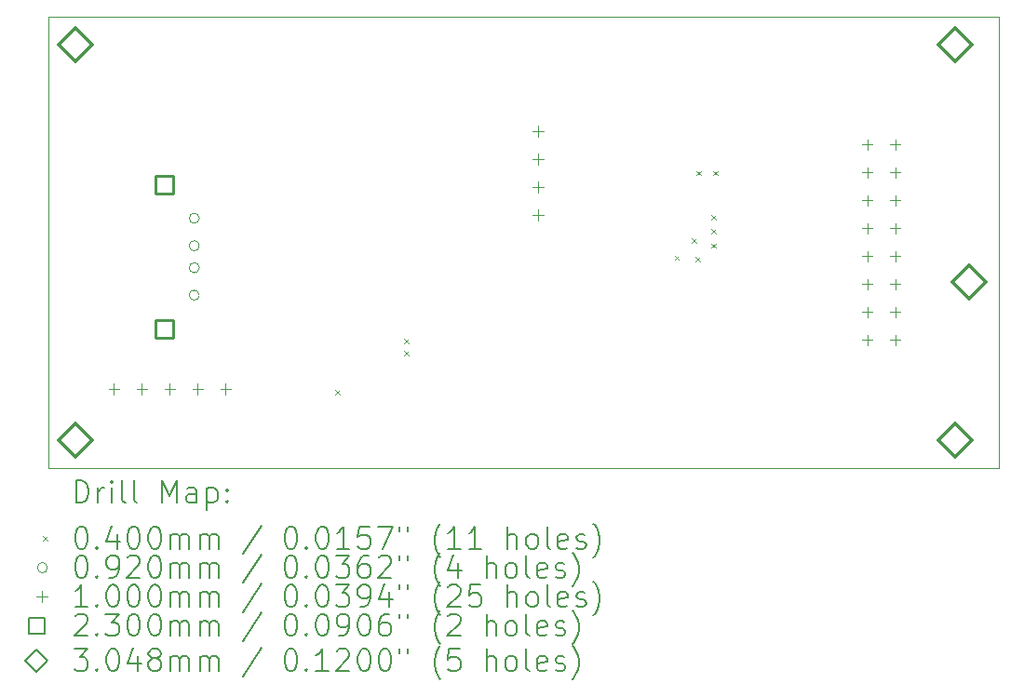
<source format=gbr>
%TF.GenerationSoftware,KiCad,Pcbnew,7.0.10-7.0.10~ubuntu20.04.1*%
%TF.CreationDate,2024-01-07T18:49:31+01:00*%
%TF.ProjectId,msx-omega-usbkeybctrl,6d73782d-6f6d-4656-9761-2d7573626b65,A*%
%TF.SameCoordinates,Original*%
%TF.FileFunction,Drillmap*%
%TF.FilePolarity,Positive*%
%FSLAX45Y45*%
G04 Gerber Fmt 4.5, Leading zero omitted, Abs format (unit mm)*
G04 Created by KiCad (PCBNEW 7.0.10-7.0.10~ubuntu20.04.1) date 2024-01-07 18:49:31*
%MOMM*%
%LPD*%
G01*
G04 APERTURE LIST*
%ADD10C,0.100000*%
%ADD11C,0.200000*%
%ADD12C,0.230000*%
%ADD13C,0.304800*%
G04 APERTURE END LIST*
D10*
X13680000Y-5770000D02*
X13680000Y-9870000D01*
X5030000Y-9870000D02*
X5030000Y-5770000D01*
X13680000Y-9870000D02*
X5030000Y-9870000D01*
X5030000Y-5770000D02*
X13680000Y-5770000D01*
D11*
D10*
X7640000Y-9160000D02*
X7680000Y-9200000D01*
X7680000Y-9160000D02*
X7640000Y-9200000D01*
X8270000Y-8700000D02*
X8310000Y-8740000D01*
X8310000Y-8700000D02*
X8270000Y-8740000D01*
X8270000Y-8810000D02*
X8310000Y-8850000D01*
X8310000Y-8810000D02*
X8270000Y-8850000D01*
X10729433Y-7940000D02*
X10769433Y-7980000D01*
X10769433Y-7940000D02*
X10729433Y-7980000D01*
X10885000Y-7785000D02*
X10925000Y-7825000D01*
X10925000Y-7785000D02*
X10885000Y-7825000D01*
X10920000Y-7950000D02*
X10960000Y-7990000D01*
X10960000Y-7950000D02*
X10920000Y-7990000D01*
X10930000Y-7170000D02*
X10970000Y-7210000D01*
X10970000Y-7170000D02*
X10930000Y-7210000D01*
X11060000Y-7571250D02*
X11100000Y-7611250D01*
X11100000Y-7571250D02*
X11060000Y-7611250D01*
X11060000Y-7700000D02*
X11100000Y-7740000D01*
X11100000Y-7700000D02*
X11060000Y-7740000D01*
X11060000Y-7830000D02*
X11100000Y-7870000D01*
X11100000Y-7830000D02*
X11060000Y-7870000D01*
X11080000Y-7170000D02*
X11120000Y-7210000D01*
X11120000Y-7170000D02*
X11080000Y-7210000D01*
X6406000Y-7600000D02*
G75*
G03*
X6314000Y-7600000I-46000J0D01*
G01*
X6314000Y-7600000D02*
G75*
G03*
X6406000Y-7600000I46000J0D01*
G01*
X6406000Y-7850000D02*
G75*
G03*
X6314000Y-7850000I-46000J0D01*
G01*
X6314000Y-7850000D02*
G75*
G03*
X6406000Y-7850000I46000J0D01*
G01*
X6406000Y-8050000D02*
G75*
G03*
X6314000Y-8050000I-46000J0D01*
G01*
X6314000Y-8050000D02*
G75*
G03*
X6406000Y-8050000I46000J0D01*
G01*
X6406000Y-8300000D02*
G75*
G03*
X6314000Y-8300000I-46000J0D01*
G01*
X6314000Y-8300000D02*
G75*
G03*
X6406000Y-8300000I46000J0D01*
G01*
X5630000Y-9100000D02*
X5630000Y-9200000D01*
X5580000Y-9150000D02*
X5680000Y-9150000D01*
X5884000Y-9100000D02*
X5884000Y-9200000D01*
X5834000Y-9150000D02*
X5934000Y-9150000D01*
X6138000Y-9100000D02*
X6138000Y-9200000D01*
X6088000Y-9150000D02*
X6188000Y-9150000D01*
X6392000Y-9100000D02*
X6392000Y-9200000D01*
X6342000Y-9150000D02*
X6442000Y-9150000D01*
X6646000Y-9100000D02*
X6646000Y-9200000D01*
X6596000Y-9150000D02*
X6696000Y-9150000D01*
X9490000Y-6756000D02*
X9490000Y-6856000D01*
X9440000Y-6806000D02*
X9540000Y-6806000D01*
X9490000Y-7010000D02*
X9490000Y-7110000D01*
X9440000Y-7060000D02*
X9540000Y-7060000D01*
X9490000Y-7264000D02*
X9490000Y-7364000D01*
X9440000Y-7314000D02*
X9540000Y-7314000D01*
X9490000Y-7518000D02*
X9490000Y-7618000D01*
X9440000Y-7568000D02*
X9540000Y-7568000D01*
X12480000Y-6880000D02*
X12480000Y-6980000D01*
X12430000Y-6930000D02*
X12530000Y-6930000D01*
X12480000Y-7134000D02*
X12480000Y-7234000D01*
X12430000Y-7184000D02*
X12530000Y-7184000D01*
X12480000Y-7388000D02*
X12480000Y-7488000D01*
X12430000Y-7438000D02*
X12530000Y-7438000D01*
X12480000Y-7642000D02*
X12480000Y-7742000D01*
X12430000Y-7692000D02*
X12530000Y-7692000D01*
X12480000Y-7896000D02*
X12480000Y-7996000D01*
X12430000Y-7946000D02*
X12530000Y-7946000D01*
X12480000Y-8150000D02*
X12480000Y-8250000D01*
X12430000Y-8200000D02*
X12530000Y-8200000D01*
X12480000Y-8404000D02*
X12480000Y-8504000D01*
X12430000Y-8454000D02*
X12530000Y-8454000D01*
X12480000Y-8658000D02*
X12480000Y-8758000D01*
X12430000Y-8708000D02*
X12530000Y-8708000D01*
X12734000Y-6880000D02*
X12734000Y-6980000D01*
X12684000Y-6930000D02*
X12784000Y-6930000D01*
X12734000Y-7134000D02*
X12734000Y-7234000D01*
X12684000Y-7184000D02*
X12784000Y-7184000D01*
X12734000Y-7388000D02*
X12734000Y-7488000D01*
X12684000Y-7438000D02*
X12784000Y-7438000D01*
X12734000Y-7642000D02*
X12734000Y-7742000D01*
X12684000Y-7692000D02*
X12784000Y-7692000D01*
X12734000Y-7896000D02*
X12734000Y-7996000D01*
X12684000Y-7946000D02*
X12784000Y-7946000D01*
X12734000Y-8150000D02*
X12734000Y-8250000D01*
X12684000Y-8200000D02*
X12784000Y-8200000D01*
X12734000Y-8404000D02*
X12734000Y-8504000D01*
X12684000Y-8454000D02*
X12784000Y-8454000D01*
X12734000Y-8658000D02*
X12734000Y-8758000D01*
X12684000Y-8708000D02*
X12784000Y-8708000D01*
D12*
X6170318Y-7374318D02*
X6170318Y-7211682D01*
X6007682Y-7211682D01*
X6007682Y-7374318D01*
X6170318Y-7374318D01*
X6170318Y-8688318D02*
X6170318Y-8525682D01*
X6007682Y-8525682D01*
X6007682Y-8688318D01*
X6170318Y-8688318D01*
D13*
X5280000Y-6172400D02*
X5432400Y-6020000D01*
X5280000Y-5867600D01*
X5127600Y-6020000D01*
X5280000Y-6172400D01*
X5280000Y-9772400D02*
X5432400Y-9620000D01*
X5280000Y-9467600D01*
X5127600Y-9620000D01*
X5280000Y-9772400D01*
X13280000Y-6172400D02*
X13432400Y-6020000D01*
X13280000Y-5867600D01*
X13127600Y-6020000D01*
X13280000Y-6172400D01*
X13280000Y-9772400D02*
X13432400Y-9620000D01*
X13280000Y-9467600D01*
X13127600Y-9620000D01*
X13280000Y-9772400D01*
X13408000Y-8331400D02*
X13560400Y-8179000D01*
X13408000Y-8026600D01*
X13255600Y-8179000D01*
X13408000Y-8331400D01*
D11*
X5285777Y-10186484D02*
X5285777Y-9986484D01*
X5285777Y-9986484D02*
X5333396Y-9986484D01*
X5333396Y-9986484D02*
X5361967Y-9996008D01*
X5361967Y-9996008D02*
X5381015Y-10015055D01*
X5381015Y-10015055D02*
X5390539Y-10034103D01*
X5390539Y-10034103D02*
X5400063Y-10072198D01*
X5400063Y-10072198D02*
X5400063Y-10100770D01*
X5400063Y-10100770D02*
X5390539Y-10138865D01*
X5390539Y-10138865D02*
X5381015Y-10157912D01*
X5381015Y-10157912D02*
X5361967Y-10176960D01*
X5361967Y-10176960D02*
X5333396Y-10186484D01*
X5333396Y-10186484D02*
X5285777Y-10186484D01*
X5485777Y-10186484D02*
X5485777Y-10053150D01*
X5485777Y-10091246D02*
X5495301Y-10072198D01*
X5495301Y-10072198D02*
X5504824Y-10062674D01*
X5504824Y-10062674D02*
X5523872Y-10053150D01*
X5523872Y-10053150D02*
X5542920Y-10053150D01*
X5609586Y-10186484D02*
X5609586Y-10053150D01*
X5609586Y-9986484D02*
X5600062Y-9996008D01*
X5600062Y-9996008D02*
X5609586Y-10005531D01*
X5609586Y-10005531D02*
X5619110Y-9996008D01*
X5619110Y-9996008D02*
X5609586Y-9986484D01*
X5609586Y-9986484D02*
X5609586Y-10005531D01*
X5733396Y-10186484D02*
X5714348Y-10176960D01*
X5714348Y-10176960D02*
X5704824Y-10157912D01*
X5704824Y-10157912D02*
X5704824Y-9986484D01*
X5838158Y-10186484D02*
X5819110Y-10176960D01*
X5819110Y-10176960D02*
X5809586Y-10157912D01*
X5809586Y-10157912D02*
X5809586Y-9986484D01*
X6066729Y-10186484D02*
X6066729Y-9986484D01*
X6066729Y-9986484D02*
X6133396Y-10129341D01*
X6133396Y-10129341D02*
X6200062Y-9986484D01*
X6200062Y-9986484D02*
X6200062Y-10186484D01*
X6381015Y-10186484D02*
X6381015Y-10081722D01*
X6381015Y-10081722D02*
X6371491Y-10062674D01*
X6371491Y-10062674D02*
X6352443Y-10053150D01*
X6352443Y-10053150D02*
X6314348Y-10053150D01*
X6314348Y-10053150D02*
X6295301Y-10062674D01*
X6381015Y-10176960D02*
X6361967Y-10186484D01*
X6361967Y-10186484D02*
X6314348Y-10186484D01*
X6314348Y-10186484D02*
X6295301Y-10176960D01*
X6295301Y-10176960D02*
X6285777Y-10157912D01*
X6285777Y-10157912D02*
X6285777Y-10138865D01*
X6285777Y-10138865D02*
X6295301Y-10119817D01*
X6295301Y-10119817D02*
X6314348Y-10110293D01*
X6314348Y-10110293D02*
X6361967Y-10110293D01*
X6361967Y-10110293D02*
X6381015Y-10100770D01*
X6476253Y-10053150D02*
X6476253Y-10253150D01*
X6476253Y-10062674D02*
X6495301Y-10053150D01*
X6495301Y-10053150D02*
X6533396Y-10053150D01*
X6533396Y-10053150D02*
X6552443Y-10062674D01*
X6552443Y-10062674D02*
X6561967Y-10072198D01*
X6561967Y-10072198D02*
X6571491Y-10091246D01*
X6571491Y-10091246D02*
X6571491Y-10148389D01*
X6571491Y-10148389D02*
X6561967Y-10167436D01*
X6561967Y-10167436D02*
X6552443Y-10176960D01*
X6552443Y-10176960D02*
X6533396Y-10186484D01*
X6533396Y-10186484D02*
X6495301Y-10186484D01*
X6495301Y-10186484D02*
X6476253Y-10176960D01*
X6657205Y-10167436D02*
X6666729Y-10176960D01*
X6666729Y-10176960D02*
X6657205Y-10186484D01*
X6657205Y-10186484D02*
X6647682Y-10176960D01*
X6647682Y-10176960D02*
X6657205Y-10167436D01*
X6657205Y-10167436D02*
X6657205Y-10186484D01*
X6657205Y-10062674D02*
X6666729Y-10072198D01*
X6666729Y-10072198D02*
X6657205Y-10081722D01*
X6657205Y-10081722D02*
X6647682Y-10072198D01*
X6647682Y-10072198D02*
X6657205Y-10062674D01*
X6657205Y-10062674D02*
X6657205Y-10081722D01*
D10*
X4985000Y-10495000D02*
X5025000Y-10535000D01*
X5025000Y-10495000D02*
X4985000Y-10535000D01*
D11*
X5323872Y-10406484D02*
X5342920Y-10406484D01*
X5342920Y-10406484D02*
X5361967Y-10416008D01*
X5361967Y-10416008D02*
X5371491Y-10425531D01*
X5371491Y-10425531D02*
X5381015Y-10444579D01*
X5381015Y-10444579D02*
X5390539Y-10482674D01*
X5390539Y-10482674D02*
X5390539Y-10530293D01*
X5390539Y-10530293D02*
X5381015Y-10568389D01*
X5381015Y-10568389D02*
X5371491Y-10587436D01*
X5371491Y-10587436D02*
X5361967Y-10596960D01*
X5361967Y-10596960D02*
X5342920Y-10606484D01*
X5342920Y-10606484D02*
X5323872Y-10606484D01*
X5323872Y-10606484D02*
X5304824Y-10596960D01*
X5304824Y-10596960D02*
X5295301Y-10587436D01*
X5295301Y-10587436D02*
X5285777Y-10568389D01*
X5285777Y-10568389D02*
X5276253Y-10530293D01*
X5276253Y-10530293D02*
X5276253Y-10482674D01*
X5276253Y-10482674D02*
X5285777Y-10444579D01*
X5285777Y-10444579D02*
X5295301Y-10425531D01*
X5295301Y-10425531D02*
X5304824Y-10416008D01*
X5304824Y-10416008D02*
X5323872Y-10406484D01*
X5476253Y-10587436D02*
X5485777Y-10596960D01*
X5485777Y-10596960D02*
X5476253Y-10606484D01*
X5476253Y-10606484D02*
X5466729Y-10596960D01*
X5466729Y-10596960D02*
X5476253Y-10587436D01*
X5476253Y-10587436D02*
X5476253Y-10606484D01*
X5657205Y-10473150D02*
X5657205Y-10606484D01*
X5609586Y-10396960D02*
X5561967Y-10539817D01*
X5561967Y-10539817D02*
X5685777Y-10539817D01*
X5800062Y-10406484D02*
X5819110Y-10406484D01*
X5819110Y-10406484D02*
X5838158Y-10416008D01*
X5838158Y-10416008D02*
X5847682Y-10425531D01*
X5847682Y-10425531D02*
X5857205Y-10444579D01*
X5857205Y-10444579D02*
X5866729Y-10482674D01*
X5866729Y-10482674D02*
X5866729Y-10530293D01*
X5866729Y-10530293D02*
X5857205Y-10568389D01*
X5857205Y-10568389D02*
X5847682Y-10587436D01*
X5847682Y-10587436D02*
X5838158Y-10596960D01*
X5838158Y-10596960D02*
X5819110Y-10606484D01*
X5819110Y-10606484D02*
X5800062Y-10606484D01*
X5800062Y-10606484D02*
X5781015Y-10596960D01*
X5781015Y-10596960D02*
X5771491Y-10587436D01*
X5771491Y-10587436D02*
X5761967Y-10568389D01*
X5761967Y-10568389D02*
X5752443Y-10530293D01*
X5752443Y-10530293D02*
X5752443Y-10482674D01*
X5752443Y-10482674D02*
X5761967Y-10444579D01*
X5761967Y-10444579D02*
X5771491Y-10425531D01*
X5771491Y-10425531D02*
X5781015Y-10416008D01*
X5781015Y-10416008D02*
X5800062Y-10406484D01*
X5990539Y-10406484D02*
X6009586Y-10406484D01*
X6009586Y-10406484D02*
X6028634Y-10416008D01*
X6028634Y-10416008D02*
X6038158Y-10425531D01*
X6038158Y-10425531D02*
X6047682Y-10444579D01*
X6047682Y-10444579D02*
X6057205Y-10482674D01*
X6057205Y-10482674D02*
X6057205Y-10530293D01*
X6057205Y-10530293D02*
X6047682Y-10568389D01*
X6047682Y-10568389D02*
X6038158Y-10587436D01*
X6038158Y-10587436D02*
X6028634Y-10596960D01*
X6028634Y-10596960D02*
X6009586Y-10606484D01*
X6009586Y-10606484D02*
X5990539Y-10606484D01*
X5990539Y-10606484D02*
X5971491Y-10596960D01*
X5971491Y-10596960D02*
X5961967Y-10587436D01*
X5961967Y-10587436D02*
X5952443Y-10568389D01*
X5952443Y-10568389D02*
X5942920Y-10530293D01*
X5942920Y-10530293D02*
X5942920Y-10482674D01*
X5942920Y-10482674D02*
X5952443Y-10444579D01*
X5952443Y-10444579D02*
X5961967Y-10425531D01*
X5961967Y-10425531D02*
X5971491Y-10416008D01*
X5971491Y-10416008D02*
X5990539Y-10406484D01*
X6142920Y-10606484D02*
X6142920Y-10473150D01*
X6142920Y-10492198D02*
X6152443Y-10482674D01*
X6152443Y-10482674D02*
X6171491Y-10473150D01*
X6171491Y-10473150D02*
X6200063Y-10473150D01*
X6200063Y-10473150D02*
X6219110Y-10482674D01*
X6219110Y-10482674D02*
X6228634Y-10501722D01*
X6228634Y-10501722D02*
X6228634Y-10606484D01*
X6228634Y-10501722D02*
X6238158Y-10482674D01*
X6238158Y-10482674D02*
X6257205Y-10473150D01*
X6257205Y-10473150D02*
X6285777Y-10473150D01*
X6285777Y-10473150D02*
X6304824Y-10482674D01*
X6304824Y-10482674D02*
X6314348Y-10501722D01*
X6314348Y-10501722D02*
X6314348Y-10606484D01*
X6409586Y-10606484D02*
X6409586Y-10473150D01*
X6409586Y-10492198D02*
X6419110Y-10482674D01*
X6419110Y-10482674D02*
X6438158Y-10473150D01*
X6438158Y-10473150D02*
X6466729Y-10473150D01*
X6466729Y-10473150D02*
X6485777Y-10482674D01*
X6485777Y-10482674D02*
X6495301Y-10501722D01*
X6495301Y-10501722D02*
X6495301Y-10606484D01*
X6495301Y-10501722D02*
X6504824Y-10482674D01*
X6504824Y-10482674D02*
X6523872Y-10473150D01*
X6523872Y-10473150D02*
X6552443Y-10473150D01*
X6552443Y-10473150D02*
X6571491Y-10482674D01*
X6571491Y-10482674D02*
X6581015Y-10501722D01*
X6581015Y-10501722D02*
X6581015Y-10606484D01*
X6971491Y-10396960D02*
X6800063Y-10654103D01*
X7228634Y-10406484D02*
X7247682Y-10406484D01*
X7247682Y-10406484D02*
X7266729Y-10416008D01*
X7266729Y-10416008D02*
X7276253Y-10425531D01*
X7276253Y-10425531D02*
X7285777Y-10444579D01*
X7285777Y-10444579D02*
X7295301Y-10482674D01*
X7295301Y-10482674D02*
X7295301Y-10530293D01*
X7295301Y-10530293D02*
X7285777Y-10568389D01*
X7285777Y-10568389D02*
X7276253Y-10587436D01*
X7276253Y-10587436D02*
X7266729Y-10596960D01*
X7266729Y-10596960D02*
X7247682Y-10606484D01*
X7247682Y-10606484D02*
X7228634Y-10606484D01*
X7228634Y-10606484D02*
X7209586Y-10596960D01*
X7209586Y-10596960D02*
X7200063Y-10587436D01*
X7200063Y-10587436D02*
X7190539Y-10568389D01*
X7190539Y-10568389D02*
X7181015Y-10530293D01*
X7181015Y-10530293D02*
X7181015Y-10482674D01*
X7181015Y-10482674D02*
X7190539Y-10444579D01*
X7190539Y-10444579D02*
X7200063Y-10425531D01*
X7200063Y-10425531D02*
X7209586Y-10416008D01*
X7209586Y-10416008D02*
X7228634Y-10406484D01*
X7381015Y-10587436D02*
X7390539Y-10596960D01*
X7390539Y-10596960D02*
X7381015Y-10606484D01*
X7381015Y-10606484D02*
X7371491Y-10596960D01*
X7371491Y-10596960D02*
X7381015Y-10587436D01*
X7381015Y-10587436D02*
X7381015Y-10606484D01*
X7514348Y-10406484D02*
X7533396Y-10406484D01*
X7533396Y-10406484D02*
X7552444Y-10416008D01*
X7552444Y-10416008D02*
X7561967Y-10425531D01*
X7561967Y-10425531D02*
X7571491Y-10444579D01*
X7571491Y-10444579D02*
X7581015Y-10482674D01*
X7581015Y-10482674D02*
X7581015Y-10530293D01*
X7581015Y-10530293D02*
X7571491Y-10568389D01*
X7571491Y-10568389D02*
X7561967Y-10587436D01*
X7561967Y-10587436D02*
X7552444Y-10596960D01*
X7552444Y-10596960D02*
X7533396Y-10606484D01*
X7533396Y-10606484D02*
X7514348Y-10606484D01*
X7514348Y-10606484D02*
X7495301Y-10596960D01*
X7495301Y-10596960D02*
X7485777Y-10587436D01*
X7485777Y-10587436D02*
X7476253Y-10568389D01*
X7476253Y-10568389D02*
X7466729Y-10530293D01*
X7466729Y-10530293D02*
X7466729Y-10482674D01*
X7466729Y-10482674D02*
X7476253Y-10444579D01*
X7476253Y-10444579D02*
X7485777Y-10425531D01*
X7485777Y-10425531D02*
X7495301Y-10416008D01*
X7495301Y-10416008D02*
X7514348Y-10406484D01*
X7771491Y-10606484D02*
X7657206Y-10606484D01*
X7714348Y-10606484D02*
X7714348Y-10406484D01*
X7714348Y-10406484D02*
X7695301Y-10435055D01*
X7695301Y-10435055D02*
X7676253Y-10454103D01*
X7676253Y-10454103D02*
X7657206Y-10463627D01*
X7952444Y-10406484D02*
X7857206Y-10406484D01*
X7857206Y-10406484D02*
X7847682Y-10501722D01*
X7847682Y-10501722D02*
X7857206Y-10492198D01*
X7857206Y-10492198D02*
X7876253Y-10482674D01*
X7876253Y-10482674D02*
X7923872Y-10482674D01*
X7923872Y-10482674D02*
X7942920Y-10492198D01*
X7942920Y-10492198D02*
X7952444Y-10501722D01*
X7952444Y-10501722D02*
X7961967Y-10520770D01*
X7961967Y-10520770D02*
X7961967Y-10568389D01*
X7961967Y-10568389D02*
X7952444Y-10587436D01*
X7952444Y-10587436D02*
X7942920Y-10596960D01*
X7942920Y-10596960D02*
X7923872Y-10606484D01*
X7923872Y-10606484D02*
X7876253Y-10606484D01*
X7876253Y-10606484D02*
X7857206Y-10596960D01*
X7857206Y-10596960D02*
X7847682Y-10587436D01*
X8028634Y-10406484D02*
X8161967Y-10406484D01*
X8161967Y-10406484D02*
X8076253Y-10606484D01*
X8228634Y-10406484D02*
X8228634Y-10444579D01*
X8304825Y-10406484D02*
X8304825Y-10444579D01*
X8600063Y-10682674D02*
X8590539Y-10673150D01*
X8590539Y-10673150D02*
X8571491Y-10644579D01*
X8571491Y-10644579D02*
X8561968Y-10625531D01*
X8561968Y-10625531D02*
X8552444Y-10596960D01*
X8552444Y-10596960D02*
X8542920Y-10549341D01*
X8542920Y-10549341D02*
X8542920Y-10511246D01*
X8542920Y-10511246D02*
X8552444Y-10463627D01*
X8552444Y-10463627D02*
X8561968Y-10435055D01*
X8561968Y-10435055D02*
X8571491Y-10416008D01*
X8571491Y-10416008D02*
X8590539Y-10387436D01*
X8590539Y-10387436D02*
X8600063Y-10377912D01*
X8781015Y-10606484D02*
X8666730Y-10606484D01*
X8723872Y-10606484D02*
X8723872Y-10406484D01*
X8723872Y-10406484D02*
X8704825Y-10435055D01*
X8704825Y-10435055D02*
X8685777Y-10454103D01*
X8685777Y-10454103D02*
X8666730Y-10463627D01*
X8971491Y-10606484D02*
X8857206Y-10606484D01*
X8914349Y-10606484D02*
X8914349Y-10406484D01*
X8914349Y-10406484D02*
X8895301Y-10435055D01*
X8895301Y-10435055D02*
X8876253Y-10454103D01*
X8876253Y-10454103D02*
X8857206Y-10463627D01*
X9209587Y-10606484D02*
X9209587Y-10406484D01*
X9295301Y-10606484D02*
X9295301Y-10501722D01*
X9295301Y-10501722D02*
X9285777Y-10482674D01*
X9285777Y-10482674D02*
X9266730Y-10473150D01*
X9266730Y-10473150D02*
X9238158Y-10473150D01*
X9238158Y-10473150D02*
X9219111Y-10482674D01*
X9219111Y-10482674D02*
X9209587Y-10492198D01*
X9419111Y-10606484D02*
X9400063Y-10596960D01*
X9400063Y-10596960D02*
X9390539Y-10587436D01*
X9390539Y-10587436D02*
X9381015Y-10568389D01*
X9381015Y-10568389D02*
X9381015Y-10511246D01*
X9381015Y-10511246D02*
X9390539Y-10492198D01*
X9390539Y-10492198D02*
X9400063Y-10482674D01*
X9400063Y-10482674D02*
X9419111Y-10473150D01*
X9419111Y-10473150D02*
X9447682Y-10473150D01*
X9447682Y-10473150D02*
X9466730Y-10482674D01*
X9466730Y-10482674D02*
X9476253Y-10492198D01*
X9476253Y-10492198D02*
X9485777Y-10511246D01*
X9485777Y-10511246D02*
X9485777Y-10568389D01*
X9485777Y-10568389D02*
X9476253Y-10587436D01*
X9476253Y-10587436D02*
X9466730Y-10596960D01*
X9466730Y-10596960D02*
X9447682Y-10606484D01*
X9447682Y-10606484D02*
X9419111Y-10606484D01*
X9600063Y-10606484D02*
X9581015Y-10596960D01*
X9581015Y-10596960D02*
X9571492Y-10577912D01*
X9571492Y-10577912D02*
X9571492Y-10406484D01*
X9752444Y-10596960D02*
X9733396Y-10606484D01*
X9733396Y-10606484D02*
X9695301Y-10606484D01*
X9695301Y-10606484D02*
X9676253Y-10596960D01*
X9676253Y-10596960D02*
X9666730Y-10577912D01*
X9666730Y-10577912D02*
X9666730Y-10501722D01*
X9666730Y-10501722D02*
X9676253Y-10482674D01*
X9676253Y-10482674D02*
X9695301Y-10473150D01*
X9695301Y-10473150D02*
X9733396Y-10473150D01*
X9733396Y-10473150D02*
X9752444Y-10482674D01*
X9752444Y-10482674D02*
X9761968Y-10501722D01*
X9761968Y-10501722D02*
X9761968Y-10520770D01*
X9761968Y-10520770D02*
X9666730Y-10539817D01*
X9838158Y-10596960D02*
X9857206Y-10606484D01*
X9857206Y-10606484D02*
X9895301Y-10606484D01*
X9895301Y-10606484D02*
X9914349Y-10596960D01*
X9914349Y-10596960D02*
X9923873Y-10577912D01*
X9923873Y-10577912D02*
X9923873Y-10568389D01*
X9923873Y-10568389D02*
X9914349Y-10549341D01*
X9914349Y-10549341D02*
X9895301Y-10539817D01*
X9895301Y-10539817D02*
X9866730Y-10539817D01*
X9866730Y-10539817D02*
X9847682Y-10530293D01*
X9847682Y-10530293D02*
X9838158Y-10511246D01*
X9838158Y-10511246D02*
X9838158Y-10501722D01*
X9838158Y-10501722D02*
X9847682Y-10482674D01*
X9847682Y-10482674D02*
X9866730Y-10473150D01*
X9866730Y-10473150D02*
X9895301Y-10473150D01*
X9895301Y-10473150D02*
X9914349Y-10482674D01*
X9990539Y-10682674D02*
X10000063Y-10673150D01*
X10000063Y-10673150D02*
X10019111Y-10644579D01*
X10019111Y-10644579D02*
X10028634Y-10625531D01*
X10028634Y-10625531D02*
X10038158Y-10596960D01*
X10038158Y-10596960D02*
X10047682Y-10549341D01*
X10047682Y-10549341D02*
X10047682Y-10511246D01*
X10047682Y-10511246D02*
X10038158Y-10463627D01*
X10038158Y-10463627D02*
X10028634Y-10435055D01*
X10028634Y-10435055D02*
X10019111Y-10416008D01*
X10019111Y-10416008D02*
X10000063Y-10387436D01*
X10000063Y-10387436D02*
X9990539Y-10377912D01*
D10*
X5025000Y-10779000D02*
G75*
G03*
X4933000Y-10779000I-46000J0D01*
G01*
X4933000Y-10779000D02*
G75*
G03*
X5025000Y-10779000I46000J0D01*
G01*
D11*
X5323872Y-10670484D02*
X5342920Y-10670484D01*
X5342920Y-10670484D02*
X5361967Y-10680008D01*
X5361967Y-10680008D02*
X5371491Y-10689531D01*
X5371491Y-10689531D02*
X5381015Y-10708579D01*
X5381015Y-10708579D02*
X5390539Y-10746674D01*
X5390539Y-10746674D02*
X5390539Y-10794293D01*
X5390539Y-10794293D02*
X5381015Y-10832389D01*
X5381015Y-10832389D02*
X5371491Y-10851436D01*
X5371491Y-10851436D02*
X5361967Y-10860960D01*
X5361967Y-10860960D02*
X5342920Y-10870484D01*
X5342920Y-10870484D02*
X5323872Y-10870484D01*
X5323872Y-10870484D02*
X5304824Y-10860960D01*
X5304824Y-10860960D02*
X5295301Y-10851436D01*
X5295301Y-10851436D02*
X5285777Y-10832389D01*
X5285777Y-10832389D02*
X5276253Y-10794293D01*
X5276253Y-10794293D02*
X5276253Y-10746674D01*
X5276253Y-10746674D02*
X5285777Y-10708579D01*
X5285777Y-10708579D02*
X5295301Y-10689531D01*
X5295301Y-10689531D02*
X5304824Y-10680008D01*
X5304824Y-10680008D02*
X5323872Y-10670484D01*
X5476253Y-10851436D02*
X5485777Y-10860960D01*
X5485777Y-10860960D02*
X5476253Y-10870484D01*
X5476253Y-10870484D02*
X5466729Y-10860960D01*
X5466729Y-10860960D02*
X5476253Y-10851436D01*
X5476253Y-10851436D02*
X5476253Y-10870484D01*
X5581015Y-10870484D02*
X5619110Y-10870484D01*
X5619110Y-10870484D02*
X5638158Y-10860960D01*
X5638158Y-10860960D02*
X5647682Y-10851436D01*
X5647682Y-10851436D02*
X5666729Y-10822865D01*
X5666729Y-10822865D02*
X5676253Y-10784770D01*
X5676253Y-10784770D02*
X5676253Y-10708579D01*
X5676253Y-10708579D02*
X5666729Y-10689531D01*
X5666729Y-10689531D02*
X5657205Y-10680008D01*
X5657205Y-10680008D02*
X5638158Y-10670484D01*
X5638158Y-10670484D02*
X5600062Y-10670484D01*
X5600062Y-10670484D02*
X5581015Y-10680008D01*
X5581015Y-10680008D02*
X5571491Y-10689531D01*
X5571491Y-10689531D02*
X5561967Y-10708579D01*
X5561967Y-10708579D02*
X5561967Y-10756198D01*
X5561967Y-10756198D02*
X5571491Y-10775246D01*
X5571491Y-10775246D02*
X5581015Y-10784770D01*
X5581015Y-10784770D02*
X5600062Y-10794293D01*
X5600062Y-10794293D02*
X5638158Y-10794293D01*
X5638158Y-10794293D02*
X5657205Y-10784770D01*
X5657205Y-10784770D02*
X5666729Y-10775246D01*
X5666729Y-10775246D02*
X5676253Y-10756198D01*
X5752443Y-10689531D02*
X5761967Y-10680008D01*
X5761967Y-10680008D02*
X5781015Y-10670484D01*
X5781015Y-10670484D02*
X5828634Y-10670484D01*
X5828634Y-10670484D02*
X5847682Y-10680008D01*
X5847682Y-10680008D02*
X5857205Y-10689531D01*
X5857205Y-10689531D02*
X5866729Y-10708579D01*
X5866729Y-10708579D02*
X5866729Y-10727627D01*
X5866729Y-10727627D02*
X5857205Y-10756198D01*
X5857205Y-10756198D02*
X5742920Y-10870484D01*
X5742920Y-10870484D02*
X5866729Y-10870484D01*
X5990539Y-10670484D02*
X6009586Y-10670484D01*
X6009586Y-10670484D02*
X6028634Y-10680008D01*
X6028634Y-10680008D02*
X6038158Y-10689531D01*
X6038158Y-10689531D02*
X6047682Y-10708579D01*
X6047682Y-10708579D02*
X6057205Y-10746674D01*
X6057205Y-10746674D02*
X6057205Y-10794293D01*
X6057205Y-10794293D02*
X6047682Y-10832389D01*
X6047682Y-10832389D02*
X6038158Y-10851436D01*
X6038158Y-10851436D02*
X6028634Y-10860960D01*
X6028634Y-10860960D02*
X6009586Y-10870484D01*
X6009586Y-10870484D02*
X5990539Y-10870484D01*
X5990539Y-10870484D02*
X5971491Y-10860960D01*
X5971491Y-10860960D02*
X5961967Y-10851436D01*
X5961967Y-10851436D02*
X5952443Y-10832389D01*
X5952443Y-10832389D02*
X5942920Y-10794293D01*
X5942920Y-10794293D02*
X5942920Y-10746674D01*
X5942920Y-10746674D02*
X5952443Y-10708579D01*
X5952443Y-10708579D02*
X5961967Y-10689531D01*
X5961967Y-10689531D02*
X5971491Y-10680008D01*
X5971491Y-10680008D02*
X5990539Y-10670484D01*
X6142920Y-10870484D02*
X6142920Y-10737150D01*
X6142920Y-10756198D02*
X6152443Y-10746674D01*
X6152443Y-10746674D02*
X6171491Y-10737150D01*
X6171491Y-10737150D02*
X6200063Y-10737150D01*
X6200063Y-10737150D02*
X6219110Y-10746674D01*
X6219110Y-10746674D02*
X6228634Y-10765722D01*
X6228634Y-10765722D02*
X6228634Y-10870484D01*
X6228634Y-10765722D02*
X6238158Y-10746674D01*
X6238158Y-10746674D02*
X6257205Y-10737150D01*
X6257205Y-10737150D02*
X6285777Y-10737150D01*
X6285777Y-10737150D02*
X6304824Y-10746674D01*
X6304824Y-10746674D02*
X6314348Y-10765722D01*
X6314348Y-10765722D02*
X6314348Y-10870484D01*
X6409586Y-10870484D02*
X6409586Y-10737150D01*
X6409586Y-10756198D02*
X6419110Y-10746674D01*
X6419110Y-10746674D02*
X6438158Y-10737150D01*
X6438158Y-10737150D02*
X6466729Y-10737150D01*
X6466729Y-10737150D02*
X6485777Y-10746674D01*
X6485777Y-10746674D02*
X6495301Y-10765722D01*
X6495301Y-10765722D02*
X6495301Y-10870484D01*
X6495301Y-10765722D02*
X6504824Y-10746674D01*
X6504824Y-10746674D02*
X6523872Y-10737150D01*
X6523872Y-10737150D02*
X6552443Y-10737150D01*
X6552443Y-10737150D02*
X6571491Y-10746674D01*
X6571491Y-10746674D02*
X6581015Y-10765722D01*
X6581015Y-10765722D02*
X6581015Y-10870484D01*
X6971491Y-10660960D02*
X6800063Y-10918103D01*
X7228634Y-10670484D02*
X7247682Y-10670484D01*
X7247682Y-10670484D02*
X7266729Y-10680008D01*
X7266729Y-10680008D02*
X7276253Y-10689531D01*
X7276253Y-10689531D02*
X7285777Y-10708579D01*
X7285777Y-10708579D02*
X7295301Y-10746674D01*
X7295301Y-10746674D02*
X7295301Y-10794293D01*
X7295301Y-10794293D02*
X7285777Y-10832389D01*
X7285777Y-10832389D02*
X7276253Y-10851436D01*
X7276253Y-10851436D02*
X7266729Y-10860960D01*
X7266729Y-10860960D02*
X7247682Y-10870484D01*
X7247682Y-10870484D02*
X7228634Y-10870484D01*
X7228634Y-10870484D02*
X7209586Y-10860960D01*
X7209586Y-10860960D02*
X7200063Y-10851436D01*
X7200063Y-10851436D02*
X7190539Y-10832389D01*
X7190539Y-10832389D02*
X7181015Y-10794293D01*
X7181015Y-10794293D02*
X7181015Y-10746674D01*
X7181015Y-10746674D02*
X7190539Y-10708579D01*
X7190539Y-10708579D02*
X7200063Y-10689531D01*
X7200063Y-10689531D02*
X7209586Y-10680008D01*
X7209586Y-10680008D02*
X7228634Y-10670484D01*
X7381015Y-10851436D02*
X7390539Y-10860960D01*
X7390539Y-10860960D02*
X7381015Y-10870484D01*
X7381015Y-10870484D02*
X7371491Y-10860960D01*
X7371491Y-10860960D02*
X7381015Y-10851436D01*
X7381015Y-10851436D02*
X7381015Y-10870484D01*
X7514348Y-10670484D02*
X7533396Y-10670484D01*
X7533396Y-10670484D02*
X7552444Y-10680008D01*
X7552444Y-10680008D02*
X7561967Y-10689531D01*
X7561967Y-10689531D02*
X7571491Y-10708579D01*
X7571491Y-10708579D02*
X7581015Y-10746674D01*
X7581015Y-10746674D02*
X7581015Y-10794293D01*
X7581015Y-10794293D02*
X7571491Y-10832389D01*
X7571491Y-10832389D02*
X7561967Y-10851436D01*
X7561967Y-10851436D02*
X7552444Y-10860960D01*
X7552444Y-10860960D02*
X7533396Y-10870484D01*
X7533396Y-10870484D02*
X7514348Y-10870484D01*
X7514348Y-10870484D02*
X7495301Y-10860960D01*
X7495301Y-10860960D02*
X7485777Y-10851436D01*
X7485777Y-10851436D02*
X7476253Y-10832389D01*
X7476253Y-10832389D02*
X7466729Y-10794293D01*
X7466729Y-10794293D02*
X7466729Y-10746674D01*
X7466729Y-10746674D02*
X7476253Y-10708579D01*
X7476253Y-10708579D02*
X7485777Y-10689531D01*
X7485777Y-10689531D02*
X7495301Y-10680008D01*
X7495301Y-10680008D02*
X7514348Y-10670484D01*
X7647682Y-10670484D02*
X7771491Y-10670484D01*
X7771491Y-10670484D02*
X7704825Y-10746674D01*
X7704825Y-10746674D02*
X7733396Y-10746674D01*
X7733396Y-10746674D02*
X7752444Y-10756198D01*
X7752444Y-10756198D02*
X7761967Y-10765722D01*
X7761967Y-10765722D02*
X7771491Y-10784770D01*
X7771491Y-10784770D02*
X7771491Y-10832389D01*
X7771491Y-10832389D02*
X7761967Y-10851436D01*
X7761967Y-10851436D02*
X7752444Y-10860960D01*
X7752444Y-10860960D02*
X7733396Y-10870484D01*
X7733396Y-10870484D02*
X7676253Y-10870484D01*
X7676253Y-10870484D02*
X7657206Y-10860960D01*
X7657206Y-10860960D02*
X7647682Y-10851436D01*
X7942920Y-10670484D02*
X7904825Y-10670484D01*
X7904825Y-10670484D02*
X7885777Y-10680008D01*
X7885777Y-10680008D02*
X7876253Y-10689531D01*
X7876253Y-10689531D02*
X7857206Y-10718103D01*
X7857206Y-10718103D02*
X7847682Y-10756198D01*
X7847682Y-10756198D02*
X7847682Y-10832389D01*
X7847682Y-10832389D02*
X7857206Y-10851436D01*
X7857206Y-10851436D02*
X7866729Y-10860960D01*
X7866729Y-10860960D02*
X7885777Y-10870484D01*
X7885777Y-10870484D02*
X7923872Y-10870484D01*
X7923872Y-10870484D02*
X7942920Y-10860960D01*
X7942920Y-10860960D02*
X7952444Y-10851436D01*
X7952444Y-10851436D02*
X7961967Y-10832389D01*
X7961967Y-10832389D02*
X7961967Y-10784770D01*
X7961967Y-10784770D02*
X7952444Y-10765722D01*
X7952444Y-10765722D02*
X7942920Y-10756198D01*
X7942920Y-10756198D02*
X7923872Y-10746674D01*
X7923872Y-10746674D02*
X7885777Y-10746674D01*
X7885777Y-10746674D02*
X7866729Y-10756198D01*
X7866729Y-10756198D02*
X7857206Y-10765722D01*
X7857206Y-10765722D02*
X7847682Y-10784770D01*
X8038158Y-10689531D02*
X8047682Y-10680008D01*
X8047682Y-10680008D02*
X8066729Y-10670484D01*
X8066729Y-10670484D02*
X8114348Y-10670484D01*
X8114348Y-10670484D02*
X8133396Y-10680008D01*
X8133396Y-10680008D02*
X8142920Y-10689531D01*
X8142920Y-10689531D02*
X8152444Y-10708579D01*
X8152444Y-10708579D02*
X8152444Y-10727627D01*
X8152444Y-10727627D02*
X8142920Y-10756198D01*
X8142920Y-10756198D02*
X8028634Y-10870484D01*
X8028634Y-10870484D02*
X8152444Y-10870484D01*
X8228634Y-10670484D02*
X8228634Y-10708579D01*
X8304825Y-10670484D02*
X8304825Y-10708579D01*
X8600063Y-10946674D02*
X8590539Y-10937150D01*
X8590539Y-10937150D02*
X8571491Y-10908579D01*
X8571491Y-10908579D02*
X8561968Y-10889531D01*
X8561968Y-10889531D02*
X8552444Y-10860960D01*
X8552444Y-10860960D02*
X8542920Y-10813341D01*
X8542920Y-10813341D02*
X8542920Y-10775246D01*
X8542920Y-10775246D02*
X8552444Y-10727627D01*
X8552444Y-10727627D02*
X8561968Y-10699055D01*
X8561968Y-10699055D02*
X8571491Y-10680008D01*
X8571491Y-10680008D02*
X8590539Y-10651436D01*
X8590539Y-10651436D02*
X8600063Y-10641912D01*
X8761968Y-10737150D02*
X8761968Y-10870484D01*
X8714349Y-10660960D02*
X8666730Y-10803817D01*
X8666730Y-10803817D02*
X8790539Y-10803817D01*
X9019111Y-10870484D02*
X9019111Y-10670484D01*
X9104825Y-10870484D02*
X9104825Y-10765722D01*
X9104825Y-10765722D02*
X9095301Y-10746674D01*
X9095301Y-10746674D02*
X9076253Y-10737150D01*
X9076253Y-10737150D02*
X9047682Y-10737150D01*
X9047682Y-10737150D02*
X9028634Y-10746674D01*
X9028634Y-10746674D02*
X9019111Y-10756198D01*
X9228634Y-10870484D02*
X9209587Y-10860960D01*
X9209587Y-10860960D02*
X9200063Y-10851436D01*
X9200063Y-10851436D02*
X9190539Y-10832389D01*
X9190539Y-10832389D02*
X9190539Y-10775246D01*
X9190539Y-10775246D02*
X9200063Y-10756198D01*
X9200063Y-10756198D02*
X9209587Y-10746674D01*
X9209587Y-10746674D02*
X9228634Y-10737150D01*
X9228634Y-10737150D02*
X9257206Y-10737150D01*
X9257206Y-10737150D02*
X9276253Y-10746674D01*
X9276253Y-10746674D02*
X9285777Y-10756198D01*
X9285777Y-10756198D02*
X9295301Y-10775246D01*
X9295301Y-10775246D02*
X9295301Y-10832389D01*
X9295301Y-10832389D02*
X9285777Y-10851436D01*
X9285777Y-10851436D02*
X9276253Y-10860960D01*
X9276253Y-10860960D02*
X9257206Y-10870484D01*
X9257206Y-10870484D02*
X9228634Y-10870484D01*
X9409587Y-10870484D02*
X9390539Y-10860960D01*
X9390539Y-10860960D02*
X9381015Y-10841912D01*
X9381015Y-10841912D02*
X9381015Y-10670484D01*
X9561968Y-10860960D02*
X9542920Y-10870484D01*
X9542920Y-10870484D02*
X9504825Y-10870484D01*
X9504825Y-10870484D02*
X9485777Y-10860960D01*
X9485777Y-10860960D02*
X9476253Y-10841912D01*
X9476253Y-10841912D02*
X9476253Y-10765722D01*
X9476253Y-10765722D02*
X9485777Y-10746674D01*
X9485777Y-10746674D02*
X9504825Y-10737150D01*
X9504825Y-10737150D02*
X9542920Y-10737150D01*
X9542920Y-10737150D02*
X9561968Y-10746674D01*
X9561968Y-10746674D02*
X9571492Y-10765722D01*
X9571492Y-10765722D02*
X9571492Y-10784770D01*
X9571492Y-10784770D02*
X9476253Y-10803817D01*
X9647682Y-10860960D02*
X9666730Y-10870484D01*
X9666730Y-10870484D02*
X9704825Y-10870484D01*
X9704825Y-10870484D02*
X9723873Y-10860960D01*
X9723873Y-10860960D02*
X9733396Y-10841912D01*
X9733396Y-10841912D02*
X9733396Y-10832389D01*
X9733396Y-10832389D02*
X9723873Y-10813341D01*
X9723873Y-10813341D02*
X9704825Y-10803817D01*
X9704825Y-10803817D02*
X9676253Y-10803817D01*
X9676253Y-10803817D02*
X9657206Y-10794293D01*
X9657206Y-10794293D02*
X9647682Y-10775246D01*
X9647682Y-10775246D02*
X9647682Y-10765722D01*
X9647682Y-10765722D02*
X9657206Y-10746674D01*
X9657206Y-10746674D02*
X9676253Y-10737150D01*
X9676253Y-10737150D02*
X9704825Y-10737150D01*
X9704825Y-10737150D02*
X9723873Y-10746674D01*
X9800063Y-10946674D02*
X9809587Y-10937150D01*
X9809587Y-10937150D02*
X9828634Y-10908579D01*
X9828634Y-10908579D02*
X9838158Y-10889531D01*
X9838158Y-10889531D02*
X9847682Y-10860960D01*
X9847682Y-10860960D02*
X9857206Y-10813341D01*
X9857206Y-10813341D02*
X9857206Y-10775246D01*
X9857206Y-10775246D02*
X9847682Y-10727627D01*
X9847682Y-10727627D02*
X9838158Y-10699055D01*
X9838158Y-10699055D02*
X9828634Y-10680008D01*
X9828634Y-10680008D02*
X9809587Y-10651436D01*
X9809587Y-10651436D02*
X9800063Y-10641912D01*
D10*
X4975000Y-10993000D02*
X4975000Y-11093000D01*
X4925000Y-11043000D02*
X5025000Y-11043000D01*
D11*
X5390539Y-11134484D02*
X5276253Y-11134484D01*
X5333396Y-11134484D02*
X5333396Y-10934484D01*
X5333396Y-10934484D02*
X5314348Y-10963055D01*
X5314348Y-10963055D02*
X5295301Y-10982103D01*
X5295301Y-10982103D02*
X5276253Y-10991627D01*
X5476253Y-11115436D02*
X5485777Y-11124960D01*
X5485777Y-11124960D02*
X5476253Y-11134484D01*
X5476253Y-11134484D02*
X5466729Y-11124960D01*
X5466729Y-11124960D02*
X5476253Y-11115436D01*
X5476253Y-11115436D02*
X5476253Y-11134484D01*
X5609586Y-10934484D02*
X5628634Y-10934484D01*
X5628634Y-10934484D02*
X5647682Y-10944008D01*
X5647682Y-10944008D02*
X5657205Y-10953531D01*
X5657205Y-10953531D02*
X5666729Y-10972579D01*
X5666729Y-10972579D02*
X5676253Y-11010674D01*
X5676253Y-11010674D02*
X5676253Y-11058293D01*
X5676253Y-11058293D02*
X5666729Y-11096389D01*
X5666729Y-11096389D02*
X5657205Y-11115436D01*
X5657205Y-11115436D02*
X5647682Y-11124960D01*
X5647682Y-11124960D02*
X5628634Y-11134484D01*
X5628634Y-11134484D02*
X5609586Y-11134484D01*
X5609586Y-11134484D02*
X5590539Y-11124960D01*
X5590539Y-11124960D02*
X5581015Y-11115436D01*
X5581015Y-11115436D02*
X5571491Y-11096389D01*
X5571491Y-11096389D02*
X5561967Y-11058293D01*
X5561967Y-11058293D02*
X5561967Y-11010674D01*
X5561967Y-11010674D02*
X5571491Y-10972579D01*
X5571491Y-10972579D02*
X5581015Y-10953531D01*
X5581015Y-10953531D02*
X5590539Y-10944008D01*
X5590539Y-10944008D02*
X5609586Y-10934484D01*
X5800062Y-10934484D02*
X5819110Y-10934484D01*
X5819110Y-10934484D02*
X5838158Y-10944008D01*
X5838158Y-10944008D02*
X5847682Y-10953531D01*
X5847682Y-10953531D02*
X5857205Y-10972579D01*
X5857205Y-10972579D02*
X5866729Y-11010674D01*
X5866729Y-11010674D02*
X5866729Y-11058293D01*
X5866729Y-11058293D02*
X5857205Y-11096389D01*
X5857205Y-11096389D02*
X5847682Y-11115436D01*
X5847682Y-11115436D02*
X5838158Y-11124960D01*
X5838158Y-11124960D02*
X5819110Y-11134484D01*
X5819110Y-11134484D02*
X5800062Y-11134484D01*
X5800062Y-11134484D02*
X5781015Y-11124960D01*
X5781015Y-11124960D02*
X5771491Y-11115436D01*
X5771491Y-11115436D02*
X5761967Y-11096389D01*
X5761967Y-11096389D02*
X5752443Y-11058293D01*
X5752443Y-11058293D02*
X5752443Y-11010674D01*
X5752443Y-11010674D02*
X5761967Y-10972579D01*
X5761967Y-10972579D02*
X5771491Y-10953531D01*
X5771491Y-10953531D02*
X5781015Y-10944008D01*
X5781015Y-10944008D02*
X5800062Y-10934484D01*
X5990539Y-10934484D02*
X6009586Y-10934484D01*
X6009586Y-10934484D02*
X6028634Y-10944008D01*
X6028634Y-10944008D02*
X6038158Y-10953531D01*
X6038158Y-10953531D02*
X6047682Y-10972579D01*
X6047682Y-10972579D02*
X6057205Y-11010674D01*
X6057205Y-11010674D02*
X6057205Y-11058293D01*
X6057205Y-11058293D02*
X6047682Y-11096389D01*
X6047682Y-11096389D02*
X6038158Y-11115436D01*
X6038158Y-11115436D02*
X6028634Y-11124960D01*
X6028634Y-11124960D02*
X6009586Y-11134484D01*
X6009586Y-11134484D02*
X5990539Y-11134484D01*
X5990539Y-11134484D02*
X5971491Y-11124960D01*
X5971491Y-11124960D02*
X5961967Y-11115436D01*
X5961967Y-11115436D02*
X5952443Y-11096389D01*
X5952443Y-11096389D02*
X5942920Y-11058293D01*
X5942920Y-11058293D02*
X5942920Y-11010674D01*
X5942920Y-11010674D02*
X5952443Y-10972579D01*
X5952443Y-10972579D02*
X5961967Y-10953531D01*
X5961967Y-10953531D02*
X5971491Y-10944008D01*
X5971491Y-10944008D02*
X5990539Y-10934484D01*
X6142920Y-11134484D02*
X6142920Y-11001150D01*
X6142920Y-11020198D02*
X6152443Y-11010674D01*
X6152443Y-11010674D02*
X6171491Y-11001150D01*
X6171491Y-11001150D02*
X6200063Y-11001150D01*
X6200063Y-11001150D02*
X6219110Y-11010674D01*
X6219110Y-11010674D02*
X6228634Y-11029722D01*
X6228634Y-11029722D02*
X6228634Y-11134484D01*
X6228634Y-11029722D02*
X6238158Y-11010674D01*
X6238158Y-11010674D02*
X6257205Y-11001150D01*
X6257205Y-11001150D02*
X6285777Y-11001150D01*
X6285777Y-11001150D02*
X6304824Y-11010674D01*
X6304824Y-11010674D02*
X6314348Y-11029722D01*
X6314348Y-11029722D02*
X6314348Y-11134484D01*
X6409586Y-11134484D02*
X6409586Y-11001150D01*
X6409586Y-11020198D02*
X6419110Y-11010674D01*
X6419110Y-11010674D02*
X6438158Y-11001150D01*
X6438158Y-11001150D02*
X6466729Y-11001150D01*
X6466729Y-11001150D02*
X6485777Y-11010674D01*
X6485777Y-11010674D02*
X6495301Y-11029722D01*
X6495301Y-11029722D02*
X6495301Y-11134484D01*
X6495301Y-11029722D02*
X6504824Y-11010674D01*
X6504824Y-11010674D02*
X6523872Y-11001150D01*
X6523872Y-11001150D02*
X6552443Y-11001150D01*
X6552443Y-11001150D02*
X6571491Y-11010674D01*
X6571491Y-11010674D02*
X6581015Y-11029722D01*
X6581015Y-11029722D02*
X6581015Y-11134484D01*
X6971491Y-10924960D02*
X6800063Y-11182103D01*
X7228634Y-10934484D02*
X7247682Y-10934484D01*
X7247682Y-10934484D02*
X7266729Y-10944008D01*
X7266729Y-10944008D02*
X7276253Y-10953531D01*
X7276253Y-10953531D02*
X7285777Y-10972579D01*
X7285777Y-10972579D02*
X7295301Y-11010674D01*
X7295301Y-11010674D02*
X7295301Y-11058293D01*
X7295301Y-11058293D02*
X7285777Y-11096389D01*
X7285777Y-11096389D02*
X7276253Y-11115436D01*
X7276253Y-11115436D02*
X7266729Y-11124960D01*
X7266729Y-11124960D02*
X7247682Y-11134484D01*
X7247682Y-11134484D02*
X7228634Y-11134484D01*
X7228634Y-11134484D02*
X7209586Y-11124960D01*
X7209586Y-11124960D02*
X7200063Y-11115436D01*
X7200063Y-11115436D02*
X7190539Y-11096389D01*
X7190539Y-11096389D02*
X7181015Y-11058293D01*
X7181015Y-11058293D02*
X7181015Y-11010674D01*
X7181015Y-11010674D02*
X7190539Y-10972579D01*
X7190539Y-10972579D02*
X7200063Y-10953531D01*
X7200063Y-10953531D02*
X7209586Y-10944008D01*
X7209586Y-10944008D02*
X7228634Y-10934484D01*
X7381015Y-11115436D02*
X7390539Y-11124960D01*
X7390539Y-11124960D02*
X7381015Y-11134484D01*
X7381015Y-11134484D02*
X7371491Y-11124960D01*
X7371491Y-11124960D02*
X7381015Y-11115436D01*
X7381015Y-11115436D02*
X7381015Y-11134484D01*
X7514348Y-10934484D02*
X7533396Y-10934484D01*
X7533396Y-10934484D02*
X7552444Y-10944008D01*
X7552444Y-10944008D02*
X7561967Y-10953531D01*
X7561967Y-10953531D02*
X7571491Y-10972579D01*
X7571491Y-10972579D02*
X7581015Y-11010674D01*
X7581015Y-11010674D02*
X7581015Y-11058293D01*
X7581015Y-11058293D02*
X7571491Y-11096389D01*
X7571491Y-11096389D02*
X7561967Y-11115436D01*
X7561967Y-11115436D02*
X7552444Y-11124960D01*
X7552444Y-11124960D02*
X7533396Y-11134484D01*
X7533396Y-11134484D02*
X7514348Y-11134484D01*
X7514348Y-11134484D02*
X7495301Y-11124960D01*
X7495301Y-11124960D02*
X7485777Y-11115436D01*
X7485777Y-11115436D02*
X7476253Y-11096389D01*
X7476253Y-11096389D02*
X7466729Y-11058293D01*
X7466729Y-11058293D02*
X7466729Y-11010674D01*
X7466729Y-11010674D02*
X7476253Y-10972579D01*
X7476253Y-10972579D02*
X7485777Y-10953531D01*
X7485777Y-10953531D02*
X7495301Y-10944008D01*
X7495301Y-10944008D02*
X7514348Y-10934484D01*
X7647682Y-10934484D02*
X7771491Y-10934484D01*
X7771491Y-10934484D02*
X7704825Y-11010674D01*
X7704825Y-11010674D02*
X7733396Y-11010674D01*
X7733396Y-11010674D02*
X7752444Y-11020198D01*
X7752444Y-11020198D02*
X7761967Y-11029722D01*
X7761967Y-11029722D02*
X7771491Y-11048770D01*
X7771491Y-11048770D02*
X7771491Y-11096389D01*
X7771491Y-11096389D02*
X7761967Y-11115436D01*
X7761967Y-11115436D02*
X7752444Y-11124960D01*
X7752444Y-11124960D02*
X7733396Y-11134484D01*
X7733396Y-11134484D02*
X7676253Y-11134484D01*
X7676253Y-11134484D02*
X7657206Y-11124960D01*
X7657206Y-11124960D02*
X7647682Y-11115436D01*
X7866729Y-11134484D02*
X7904825Y-11134484D01*
X7904825Y-11134484D02*
X7923872Y-11124960D01*
X7923872Y-11124960D02*
X7933396Y-11115436D01*
X7933396Y-11115436D02*
X7952444Y-11086865D01*
X7952444Y-11086865D02*
X7961967Y-11048770D01*
X7961967Y-11048770D02*
X7961967Y-10972579D01*
X7961967Y-10972579D02*
X7952444Y-10953531D01*
X7952444Y-10953531D02*
X7942920Y-10944008D01*
X7942920Y-10944008D02*
X7923872Y-10934484D01*
X7923872Y-10934484D02*
X7885777Y-10934484D01*
X7885777Y-10934484D02*
X7866729Y-10944008D01*
X7866729Y-10944008D02*
X7857206Y-10953531D01*
X7857206Y-10953531D02*
X7847682Y-10972579D01*
X7847682Y-10972579D02*
X7847682Y-11020198D01*
X7847682Y-11020198D02*
X7857206Y-11039246D01*
X7857206Y-11039246D02*
X7866729Y-11048770D01*
X7866729Y-11048770D02*
X7885777Y-11058293D01*
X7885777Y-11058293D02*
X7923872Y-11058293D01*
X7923872Y-11058293D02*
X7942920Y-11048770D01*
X7942920Y-11048770D02*
X7952444Y-11039246D01*
X7952444Y-11039246D02*
X7961967Y-11020198D01*
X8133396Y-11001150D02*
X8133396Y-11134484D01*
X8085777Y-10924960D02*
X8038158Y-11067817D01*
X8038158Y-11067817D02*
X8161967Y-11067817D01*
X8228634Y-10934484D02*
X8228634Y-10972579D01*
X8304825Y-10934484D02*
X8304825Y-10972579D01*
X8600063Y-11210674D02*
X8590539Y-11201150D01*
X8590539Y-11201150D02*
X8571491Y-11172579D01*
X8571491Y-11172579D02*
X8561968Y-11153531D01*
X8561968Y-11153531D02*
X8552444Y-11124960D01*
X8552444Y-11124960D02*
X8542920Y-11077341D01*
X8542920Y-11077341D02*
X8542920Y-11039246D01*
X8542920Y-11039246D02*
X8552444Y-10991627D01*
X8552444Y-10991627D02*
X8561968Y-10963055D01*
X8561968Y-10963055D02*
X8571491Y-10944008D01*
X8571491Y-10944008D02*
X8590539Y-10915436D01*
X8590539Y-10915436D02*
X8600063Y-10905912D01*
X8666730Y-10953531D02*
X8676253Y-10944008D01*
X8676253Y-10944008D02*
X8695301Y-10934484D01*
X8695301Y-10934484D02*
X8742920Y-10934484D01*
X8742920Y-10934484D02*
X8761968Y-10944008D01*
X8761968Y-10944008D02*
X8771491Y-10953531D01*
X8771491Y-10953531D02*
X8781015Y-10972579D01*
X8781015Y-10972579D02*
X8781015Y-10991627D01*
X8781015Y-10991627D02*
X8771491Y-11020198D01*
X8771491Y-11020198D02*
X8657206Y-11134484D01*
X8657206Y-11134484D02*
X8781015Y-11134484D01*
X8961968Y-10934484D02*
X8866730Y-10934484D01*
X8866730Y-10934484D02*
X8857206Y-11029722D01*
X8857206Y-11029722D02*
X8866730Y-11020198D01*
X8866730Y-11020198D02*
X8885777Y-11010674D01*
X8885777Y-11010674D02*
X8933396Y-11010674D01*
X8933396Y-11010674D02*
X8952444Y-11020198D01*
X8952444Y-11020198D02*
X8961968Y-11029722D01*
X8961968Y-11029722D02*
X8971491Y-11048770D01*
X8971491Y-11048770D02*
X8971491Y-11096389D01*
X8971491Y-11096389D02*
X8961968Y-11115436D01*
X8961968Y-11115436D02*
X8952444Y-11124960D01*
X8952444Y-11124960D02*
X8933396Y-11134484D01*
X8933396Y-11134484D02*
X8885777Y-11134484D01*
X8885777Y-11134484D02*
X8866730Y-11124960D01*
X8866730Y-11124960D02*
X8857206Y-11115436D01*
X9209587Y-11134484D02*
X9209587Y-10934484D01*
X9295301Y-11134484D02*
X9295301Y-11029722D01*
X9295301Y-11029722D02*
X9285777Y-11010674D01*
X9285777Y-11010674D02*
X9266730Y-11001150D01*
X9266730Y-11001150D02*
X9238158Y-11001150D01*
X9238158Y-11001150D02*
X9219111Y-11010674D01*
X9219111Y-11010674D02*
X9209587Y-11020198D01*
X9419111Y-11134484D02*
X9400063Y-11124960D01*
X9400063Y-11124960D02*
X9390539Y-11115436D01*
X9390539Y-11115436D02*
X9381015Y-11096389D01*
X9381015Y-11096389D02*
X9381015Y-11039246D01*
X9381015Y-11039246D02*
X9390539Y-11020198D01*
X9390539Y-11020198D02*
X9400063Y-11010674D01*
X9400063Y-11010674D02*
X9419111Y-11001150D01*
X9419111Y-11001150D02*
X9447682Y-11001150D01*
X9447682Y-11001150D02*
X9466730Y-11010674D01*
X9466730Y-11010674D02*
X9476253Y-11020198D01*
X9476253Y-11020198D02*
X9485777Y-11039246D01*
X9485777Y-11039246D02*
X9485777Y-11096389D01*
X9485777Y-11096389D02*
X9476253Y-11115436D01*
X9476253Y-11115436D02*
X9466730Y-11124960D01*
X9466730Y-11124960D02*
X9447682Y-11134484D01*
X9447682Y-11134484D02*
X9419111Y-11134484D01*
X9600063Y-11134484D02*
X9581015Y-11124960D01*
X9581015Y-11124960D02*
X9571492Y-11105912D01*
X9571492Y-11105912D02*
X9571492Y-10934484D01*
X9752444Y-11124960D02*
X9733396Y-11134484D01*
X9733396Y-11134484D02*
X9695301Y-11134484D01*
X9695301Y-11134484D02*
X9676253Y-11124960D01*
X9676253Y-11124960D02*
X9666730Y-11105912D01*
X9666730Y-11105912D02*
X9666730Y-11029722D01*
X9666730Y-11029722D02*
X9676253Y-11010674D01*
X9676253Y-11010674D02*
X9695301Y-11001150D01*
X9695301Y-11001150D02*
X9733396Y-11001150D01*
X9733396Y-11001150D02*
X9752444Y-11010674D01*
X9752444Y-11010674D02*
X9761968Y-11029722D01*
X9761968Y-11029722D02*
X9761968Y-11048770D01*
X9761968Y-11048770D02*
X9666730Y-11067817D01*
X9838158Y-11124960D02*
X9857206Y-11134484D01*
X9857206Y-11134484D02*
X9895301Y-11134484D01*
X9895301Y-11134484D02*
X9914349Y-11124960D01*
X9914349Y-11124960D02*
X9923873Y-11105912D01*
X9923873Y-11105912D02*
X9923873Y-11096389D01*
X9923873Y-11096389D02*
X9914349Y-11077341D01*
X9914349Y-11077341D02*
X9895301Y-11067817D01*
X9895301Y-11067817D02*
X9866730Y-11067817D01*
X9866730Y-11067817D02*
X9847682Y-11058293D01*
X9847682Y-11058293D02*
X9838158Y-11039246D01*
X9838158Y-11039246D02*
X9838158Y-11029722D01*
X9838158Y-11029722D02*
X9847682Y-11010674D01*
X9847682Y-11010674D02*
X9866730Y-11001150D01*
X9866730Y-11001150D02*
X9895301Y-11001150D01*
X9895301Y-11001150D02*
X9914349Y-11010674D01*
X9990539Y-11210674D02*
X10000063Y-11201150D01*
X10000063Y-11201150D02*
X10019111Y-11172579D01*
X10019111Y-11172579D02*
X10028634Y-11153531D01*
X10028634Y-11153531D02*
X10038158Y-11124960D01*
X10038158Y-11124960D02*
X10047682Y-11077341D01*
X10047682Y-11077341D02*
X10047682Y-11039246D01*
X10047682Y-11039246D02*
X10038158Y-10991627D01*
X10038158Y-10991627D02*
X10028634Y-10963055D01*
X10028634Y-10963055D02*
X10019111Y-10944008D01*
X10019111Y-10944008D02*
X10000063Y-10915436D01*
X10000063Y-10915436D02*
X9990539Y-10905912D01*
X4995711Y-11377711D02*
X4995711Y-11236289D01*
X4854289Y-11236289D01*
X4854289Y-11377711D01*
X4995711Y-11377711D01*
X5276253Y-11217531D02*
X5285777Y-11208008D01*
X5285777Y-11208008D02*
X5304824Y-11198484D01*
X5304824Y-11198484D02*
X5352444Y-11198484D01*
X5352444Y-11198484D02*
X5371491Y-11208008D01*
X5371491Y-11208008D02*
X5381015Y-11217531D01*
X5381015Y-11217531D02*
X5390539Y-11236579D01*
X5390539Y-11236579D02*
X5390539Y-11255627D01*
X5390539Y-11255627D02*
X5381015Y-11284198D01*
X5381015Y-11284198D02*
X5266729Y-11398484D01*
X5266729Y-11398484D02*
X5390539Y-11398484D01*
X5476253Y-11379436D02*
X5485777Y-11388960D01*
X5485777Y-11388960D02*
X5476253Y-11398484D01*
X5476253Y-11398484D02*
X5466729Y-11388960D01*
X5466729Y-11388960D02*
X5476253Y-11379436D01*
X5476253Y-11379436D02*
X5476253Y-11398484D01*
X5552444Y-11198484D02*
X5676253Y-11198484D01*
X5676253Y-11198484D02*
X5609586Y-11274674D01*
X5609586Y-11274674D02*
X5638158Y-11274674D01*
X5638158Y-11274674D02*
X5657205Y-11284198D01*
X5657205Y-11284198D02*
X5666729Y-11293722D01*
X5666729Y-11293722D02*
X5676253Y-11312769D01*
X5676253Y-11312769D02*
X5676253Y-11360388D01*
X5676253Y-11360388D02*
X5666729Y-11379436D01*
X5666729Y-11379436D02*
X5657205Y-11388960D01*
X5657205Y-11388960D02*
X5638158Y-11398484D01*
X5638158Y-11398484D02*
X5581015Y-11398484D01*
X5581015Y-11398484D02*
X5561967Y-11388960D01*
X5561967Y-11388960D02*
X5552444Y-11379436D01*
X5800062Y-11198484D02*
X5819110Y-11198484D01*
X5819110Y-11198484D02*
X5838158Y-11208008D01*
X5838158Y-11208008D02*
X5847682Y-11217531D01*
X5847682Y-11217531D02*
X5857205Y-11236579D01*
X5857205Y-11236579D02*
X5866729Y-11274674D01*
X5866729Y-11274674D02*
X5866729Y-11322293D01*
X5866729Y-11322293D02*
X5857205Y-11360388D01*
X5857205Y-11360388D02*
X5847682Y-11379436D01*
X5847682Y-11379436D02*
X5838158Y-11388960D01*
X5838158Y-11388960D02*
X5819110Y-11398484D01*
X5819110Y-11398484D02*
X5800062Y-11398484D01*
X5800062Y-11398484D02*
X5781015Y-11388960D01*
X5781015Y-11388960D02*
X5771491Y-11379436D01*
X5771491Y-11379436D02*
X5761967Y-11360388D01*
X5761967Y-11360388D02*
X5752443Y-11322293D01*
X5752443Y-11322293D02*
X5752443Y-11274674D01*
X5752443Y-11274674D02*
X5761967Y-11236579D01*
X5761967Y-11236579D02*
X5771491Y-11217531D01*
X5771491Y-11217531D02*
X5781015Y-11208008D01*
X5781015Y-11208008D02*
X5800062Y-11198484D01*
X5990539Y-11198484D02*
X6009586Y-11198484D01*
X6009586Y-11198484D02*
X6028634Y-11208008D01*
X6028634Y-11208008D02*
X6038158Y-11217531D01*
X6038158Y-11217531D02*
X6047682Y-11236579D01*
X6047682Y-11236579D02*
X6057205Y-11274674D01*
X6057205Y-11274674D02*
X6057205Y-11322293D01*
X6057205Y-11322293D02*
X6047682Y-11360388D01*
X6047682Y-11360388D02*
X6038158Y-11379436D01*
X6038158Y-11379436D02*
X6028634Y-11388960D01*
X6028634Y-11388960D02*
X6009586Y-11398484D01*
X6009586Y-11398484D02*
X5990539Y-11398484D01*
X5990539Y-11398484D02*
X5971491Y-11388960D01*
X5971491Y-11388960D02*
X5961967Y-11379436D01*
X5961967Y-11379436D02*
X5952443Y-11360388D01*
X5952443Y-11360388D02*
X5942920Y-11322293D01*
X5942920Y-11322293D02*
X5942920Y-11274674D01*
X5942920Y-11274674D02*
X5952443Y-11236579D01*
X5952443Y-11236579D02*
X5961967Y-11217531D01*
X5961967Y-11217531D02*
X5971491Y-11208008D01*
X5971491Y-11208008D02*
X5990539Y-11198484D01*
X6142920Y-11398484D02*
X6142920Y-11265150D01*
X6142920Y-11284198D02*
X6152443Y-11274674D01*
X6152443Y-11274674D02*
X6171491Y-11265150D01*
X6171491Y-11265150D02*
X6200063Y-11265150D01*
X6200063Y-11265150D02*
X6219110Y-11274674D01*
X6219110Y-11274674D02*
X6228634Y-11293722D01*
X6228634Y-11293722D02*
X6228634Y-11398484D01*
X6228634Y-11293722D02*
X6238158Y-11274674D01*
X6238158Y-11274674D02*
X6257205Y-11265150D01*
X6257205Y-11265150D02*
X6285777Y-11265150D01*
X6285777Y-11265150D02*
X6304824Y-11274674D01*
X6304824Y-11274674D02*
X6314348Y-11293722D01*
X6314348Y-11293722D02*
X6314348Y-11398484D01*
X6409586Y-11398484D02*
X6409586Y-11265150D01*
X6409586Y-11284198D02*
X6419110Y-11274674D01*
X6419110Y-11274674D02*
X6438158Y-11265150D01*
X6438158Y-11265150D02*
X6466729Y-11265150D01*
X6466729Y-11265150D02*
X6485777Y-11274674D01*
X6485777Y-11274674D02*
X6495301Y-11293722D01*
X6495301Y-11293722D02*
X6495301Y-11398484D01*
X6495301Y-11293722D02*
X6504824Y-11274674D01*
X6504824Y-11274674D02*
X6523872Y-11265150D01*
X6523872Y-11265150D02*
X6552443Y-11265150D01*
X6552443Y-11265150D02*
X6571491Y-11274674D01*
X6571491Y-11274674D02*
X6581015Y-11293722D01*
X6581015Y-11293722D02*
X6581015Y-11398484D01*
X6971491Y-11188960D02*
X6800063Y-11446103D01*
X7228634Y-11198484D02*
X7247682Y-11198484D01*
X7247682Y-11198484D02*
X7266729Y-11208008D01*
X7266729Y-11208008D02*
X7276253Y-11217531D01*
X7276253Y-11217531D02*
X7285777Y-11236579D01*
X7285777Y-11236579D02*
X7295301Y-11274674D01*
X7295301Y-11274674D02*
X7295301Y-11322293D01*
X7295301Y-11322293D02*
X7285777Y-11360388D01*
X7285777Y-11360388D02*
X7276253Y-11379436D01*
X7276253Y-11379436D02*
X7266729Y-11388960D01*
X7266729Y-11388960D02*
X7247682Y-11398484D01*
X7247682Y-11398484D02*
X7228634Y-11398484D01*
X7228634Y-11398484D02*
X7209586Y-11388960D01*
X7209586Y-11388960D02*
X7200063Y-11379436D01*
X7200063Y-11379436D02*
X7190539Y-11360388D01*
X7190539Y-11360388D02*
X7181015Y-11322293D01*
X7181015Y-11322293D02*
X7181015Y-11274674D01*
X7181015Y-11274674D02*
X7190539Y-11236579D01*
X7190539Y-11236579D02*
X7200063Y-11217531D01*
X7200063Y-11217531D02*
X7209586Y-11208008D01*
X7209586Y-11208008D02*
X7228634Y-11198484D01*
X7381015Y-11379436D02*
X7390539Y-11388960D01*
X7390539Y-11388960D02*
X7381015Y-11398484D01*
X7381015Y-11398484D02*
X7371491Y-11388960D01*
X7371491Y-11388960D02*
X7381015Y-11379436D01*
X7381015Y-11379436D02*
X7381015Y-11398484D01*
X7514348Y-11198484D02*
X7533396Y-11198484D01*
X7533396Y-11198484D02*
X7552444Y-11208008D01*
X7552444Y-11208008D02*
X7561967Y-11217531D01*
X7561967Y-11217531D02*
X7571491Y-11236579D01*
X7571491Y-11236579D02*
X7581015Y-11274674D01*
X7581015Y-11274674D02*
X7581015Y-11322293D01*
X7581015Y-11322293D02*
X7571491Y-11360388D01*
X7571491Y-11360388D02*
X7561967Y-11379436D01*
X7561967Y-11379436D02*
X7552444Y-11388960D01*
X7552444Y-11388960D02*
X7533396Y-11398484D01*
X7533396Y-11398484D02*
X7514348Y-11398484D01*
X7514348Y-11398484D02*
X7495301Y-11388960D01*
X7495301Y-11388960D02*
X7485777Y-11379436D01*
X7485777Y-11379436D02*
X7476253Y-11360388D01*
X7476253Y-11360388D02*
X7466729Y-11322293D01*
X7466729Y-11322293D02*
X7466729Y-11274674D01*
X7466729Y-11274674D02*
X7476253Y-11236579D01*
X7476253Y-11236579D02*
X7485777Y-11217531D01*
X7485777Y-11217531D02*
X7495301Y-11208008D01*
X7495301Y-11208008D02*
X7514348Y-11198484D01*
X7676253Y-11398484D02*
X7714348Y-11398484D01*
X7714348Y-11398484D02*
X7733396Y-11388960D01*
X7733396Y-11388960D02*
X7742920Y-11379436D01*
X7742920Y-11379436D02*
X7761967Y-11350865D01*
X7761967Y-11350865D02*
X7771491Y-11312769D01*
X7771491Y-11312769D02*
X7771491Y-11236579D01*
X7771491Y-11236579D02*
X7761967Y-11217531D01*
X7761967Y-11217531D02*
X7752444Y-11208008D01*
X7752444Y-11208008D02*
X7733396Y-11198484D01*
X7733396Y-11198484D02*
X7695301Y-11198484D01*
X7695301Y-11198484D02*
X7676253Y-11208008D01*
X7676253Y-11208008D02*
X7666729Y-11217531D01*
X7666729Y-11217531D02*
X7657206Y-11236579D01*
X7657206Y-11236579D02*
X7657206Y-11284198D01*
X7657206Y-11284198D02*
X7666729Y-11303246D01*
X7666729Y-11303246D02*
X7676253Y-11312769D01*
X7676253Y-11312769D02*
X7695301Y-11322293D01*
X7695301Y-11322293D02*
X7733396Y-11322293D01*
X7733396Y-11322293D02*
X7752444Y-11312769D01*
X7752444Y-11312769D02*
X7761967Y-11303246D01*
X7761967Y-11303246D02*
X7771491Y-11284198D01*
X7895301Y-11198484D02*
X7914348Y-11198484D01*
X7914348Y-11198484D02*
X7933396Y-11208008D01*
X7933396Y-11208008D02*
X7942920Y-11217531D01*
X7942920Y-11217531D02*
X7952444Y-11236579D01*
X7952444Y-11236579D02*
X7961967Y-11274674D01*
X7961967Y-11274674D02*
X7961967Y-11322293D01*
X7961967Y-11322293D02*
X7952444Y-11360388D01*
X7952444Y-11360388D02*
X7942920Y-11379436D01*
X7942920Y-11379436D02*
X7933396Y-11388960D01*
X7933396Y-11388960D02*
X7914348Y-11398484D01*
X7914348Y-11398484D02*
X7895301Y-11398484D01*
X7895301Y-11398484D02*
X7876253Y-11388960D01*
X7876253Y-11388960D02*
X7866729Y-11379436D01*
X7866729Y-11379436D02*
X7857206Y-11360388D01*
X7857206Y-11360388D02*
X7847682Y-11322293D01*
X7847682Y-11322293D02*
X7847682Y-11274674D01*
X7847682Y-11274674D02*
X7857206Y-11236579D01*
X7857206Y-11236579D02*
X7866729Y-11217531D01*
X7866729Y-11217531D02*
X7876253Y-11208008D01*
X7876253Y-11208008D02*
X7895301Y-11198484D01*
X8133396Y-11198484D02*
X8095301Y-11198484D01*
X8095301Y-11198484D02*
X8076253Y-11208008D01*
X8076253Y-11208008D02*
X8066729Y-11217531D01*
X8066729Y-11217531D02*
X8047682Y-11246103D01*
X8047682Y-11246103D02*
X8038158Y-11284198D01*
X8038158Y-11284198D02*
X8038158Y-11360388D01*
X8038158Y-11360388D02*
X8047682Y-11379436D01*
X8047682Y-11379436D02*
X8057206Y-11388960D01*
X8057206Y-11388960D02*
X8076253Y-11398484D01*
X8076253Y-11398484D02*
X8114348Y-11398484D01*
X8114348Y-11398484D02*
X8133396Y-11388960D01*
X8133396Y-11388960D02*
X8142920Y-11379436D01*
X8142920Y-11379436D02*
X8152444Y-11360388D01*
X8152444Y-11360388D02*
X8152444Y-11312769D01*
X8152444Y-11312769D02*
X8142920Y-11293722D01*
X8142920Y-11293722D02*
X8133396Y-11284198D01*
X8133396Y-11284198D02*
X8114348Y-11274674D01*
X8114348Y-11274674D02*
X8076253Y-11274674D01*
X8076253Y-11274674D02*
X8057206Y-11284198D01*
X8057206Y-11284198D02*
X8047682Y-11293722D01*
X8047682Y-11293722D02*
X8038158Y-11312769D01*
X8228634Y-11198484D02*
X8228634Y-11236579D01*
X8304825Y-11198484D02*
X8304825Y-11236579D01*
X8600063Y-11474674D02*
X8590539Y-11465150D01*
X8590539Y-11465150D02*
X8571491Y-11436579D01*
X8571491Y-11436579D02*
X8561968Y-11417531D01*
X8561968Y-11417531D02*
X8552444Y-11388960D01*
X8552444Y-11388960D02*
X8542920Y-11341341D01*
X8542920Y-11341341D02*
X8542920Y-11303246D01*
X8542920Y-11303246D02*
X8552444Y-11255627D01*
X8552444Y-11255627D02*
X8561968Y-11227055D01*
X8561968Y-11227055D02*
X8571491Y-11208008D01*
X8571491Y-11208008D02*
X8590539Y-11179436D01*
X8590539Y-11179436D02*
X8600063Y-11169912D01*
X8666730Y-11217531D02*
X8676253Y-11208008D01*
X8676253Y-11208008D02*
X8695301Y-11198484D01*
X8695301Y-11198484D02*
X8742920Y-11198484D01*
X8742920Y-11198484D02*
X8761968Y-11208008D01*
X8761968Y-11208008D02*
X8771491Y-11217531D01*
X8771491Y-11217531D02*
X8781015Y-11236579D01*
X8781015Y-11236579D02*
X8781015Y-11255627D01*
X8781015Y-11255627D02*
X8771491Y-11284198D01*
X8771491Y-11284198D02*
X8657206Y-11398484D01*
X8657206Y-11398484D02*
X8781015Y-11398484D01*
X9019111Y-11398484D02*
X9019111Y-11198484D01*
X9104825Y-11398484D02*
X9104825Y-11293722D01*
X9104825Y-11293722D02*
X9095301Y-11274674D01*
X9095301Y-11274674D02*
X9076253Y-11265150D01*
X9076253Y-11265150D02*
X9047682Y-11265150D01*
X9047682Y-11265150D02*
X9028634Y-11274674D01*
X9028634Y-11274674D02*
X9019111Y-11284198D01*
X9228634Y-11398484D02*
X9209587Y-11388960D01*
X9209587Y-11388960D02*
X9200063Y-11379436D01*
X9200063Y-11379436D02*
X9190539Y-11360388D01*
X9190539Y-11360388D02*
X9190539Y-11303246D01*
X9190539Y-11303246D02*
X9200063Y-11284198D01*
X9200063Y-11284198D02*
X9209587Y-11274674D01*
X9209587Y-11274674D02*
X9228634Y-11265150D01*
X9228634Y-11265150D02*
X9257206Y-11265150D01*
X9257206Y-11265150D02*
X9276253Y-11274674D01*
X9276253Y-11274674D02*
X9285777Y-11284198D01*
X9285777Y-11284198D02*
X9295301Y-11303246D01*
X9295301Y-11303246D02*
X9295301Y-11360388D01*
X9295301Y-11360388D02*
X9285777Y-11379436D01*
X9285777Y-11379436D02*
X9276253Y-11388960D01*
X9276253Y-11388960D02*
X9257206Y-11398484D01*
X9257206Y-11398484D02*
X9228634Y-11398484D01*
X9409587Y-11398484D02*
X9390539Y-11388960D01*
X9390539Y-11388960D02*
X9381015Y-11369912D01*
X9381015Y-11369912D02*
X9381015Y-11198484D01*
X9561968Y-11388960D02*
X9542920Y-11398484D01*
X9542920Y-11398484D02*
X9504825Y-11398484D01*
X9504825Y-11398484D02*
X9485777Y-11388960D01*
X9485777Y-11388960D02*
X9476253Y-11369912D01*
X9476253Y-11369912D02*
X9476253Y-11293722D01*
X9476253Y-11293722D02*
X9485777Y-11274674D01*
X9485777Y-11274674D02*
X9504825Y-11265150D01*
X9504825Y-11265150D02*
X9542920Y-11265150D01*
X9542920Y-11265150D02*
X9561968Y-11274674D01*
X9561968Y-11274674D02*
X9571492Y-11293722D01*
X9571492Y-11293722D02*
X9571492Y-11312769D01*
X9571492Y-11312769D02*
X9476253Y-11331817D01*
X9647682Y-11388960D02*
X9666730Y-11398484D01*
X9666730Y-11398484D02*
X9704825Y-11398484D01*
X9704825Y-11398484D02*
X9723873Y-11388960D01*
X9723873Y-11388960D02*
X9733396Y-11369912D01*
X9733396Y-11369912D02*
X9733396Y-11360388D01*
X9733396Y-11360388D02*
X9723873Y-11341341D01*
X9723873Y-11341341D02*
X9704825Y-11331817D01*
X9704825Y-11331817D02*
X9676253Y-11331817D01*
X9676253Y-11331817D02*
X9657206Y-11322293D01*
X9657206Y-11322293D02*
X9647682Y-11303246D01*
X9647682Y-11303246D02*
X9647682Y-11293722D01*
X9647682Y-11293722D02*
X9657206Y-11274674D01*
X9657206Y-11274674D02*
X9676253Y-11265150D01*
X9676253Y-11265150D02*
X9704825Y-11265150D01*
X9704825Y-11265150D02*
X9723873Y-11274674D01*
X9800063Y-11474674D02*
X9809587Y-11465150D01*
X9809587Y-11465150D02*
X9828634Y-11436579D01*
X9828634Y-11436579D02*
X9838158Y-11417531D01*
X9838158Y-11417531D02*
X9847682Y-11388960D01*
X9847682Y-11388960D02*
X9857206Y-11341341D01*
X9857206Y-11341341D02*
X9857206Y-11303246D01*
X9857206Y-11303246D02*
X9847682Y-11255627D01*
X9847682Y-11255627D02*
X9838158Y-11227055D01*
X9838158Y-11227055D02*
X9828634Y-11208008D01*
X9828634Y-11208008D02*
X9809587Y-11179436D01*
X9809587Y-11179436D02*
X9800063Y-11169912D01*
X4925000Y-11727000D02*
X5025000Y-11627000D01*
X4925000Y-11527000D01*
X4825000Y-11627000D01*
X4925000Y-11727000D01*
X5266729Y-11518484D02*
X5390539Y-11518484D01*
X5390539Y-11518484D02*
X5323872Y-11594674D01*
X5323872Y-11594674D02*
X5352444Y-11594674D01*
X5352444Y-11594674D02*
X5371491Y-11604198D01*
X5371491Y-11604198D02*
X5381015Y-11613722D01*
X5381015Y-11613722D02*
X5390539Y-11632769D01*
X5390539Y-11632769D02*
X5390539Y-11680388D01*
X5390539Y-11680388D02*
X5381015Y-11699436D01*
X5381015Y-11699436D02*
X5371491Y-11708960D01*
X5371491Y-11708960D02*
X5352444Y-11718484D01*
X5352444Y-11718484D02*
X5295301Y-11718484D01*
X5295301Y-11718484D02*
X5276253Y-11708960D01*
X5276253Y-11708960D02*
X5266729Y-11699436D01*
X5476253Y-11699436D02*
X5485777Y-11708960D01*
X5485777Y-11708960D02*
X5476253Y-11718484D01*
X5476253Y-11718484D02*
X5466729Y-11708960D01*
X5466729Y-11708960D02*
X5476253Y-11699436D01*
X5476253Y-11699436D02*
X5476253Y-11718484D01*
X5609586Y-11518484D02*
X5628634Y-11518484D01*
X5628634Y-11518484D02*
X5647682Y-11528008D01*
X5647682Y-11528008D02*
X5657205Y-11537531D01*
X5657205Y-11537531D02*
X5666729Y-11556579D01*
X5666729Y-11556579D02*
X5676253Y-11594674D01*
X5676253Y-11594674D02*
X5676253Y-11642293D01*
X5676253Y-11642293D02*
X5666729Y-11680388D01*
X5666729Y-11680388D02*
X5657205Y-11699436D01*
X5657205Y-11699436D02*
X5647682Y-11708960D01*
X5647682Y-11708960D02*
X5628634Y-11718484D01*
X5628634Y-11718484D02*
X5609586Y-11718484D01*
X5609586Y-11718484D02*
X5590539Y-11708960D01*
X5590539Y-11708960D02*
X5581015Y-11699436D01*
X5581015Y-11699436D02*
X5571491Y-11680388D01*
X5571491Y-11680388D02*
X5561967Y-11642293D01*
X5561967Y-11642293D02*
X5561967Y-11594674D01*
X5561967Y-11594674D02*
X5571491Y-11556579D01*
X5571491Y-11556579D02*
X5581015Y-11537531D01*
X5581015Y-11537531D02*
X5590539Y-11528008D01*
X5590539Y-11528008D02*
X5609586Y-11518484D01*
X5847682Y-11585150D02*
X5847682Y-11718484D01*
X5800062Y-11508960D02*
X5752443Y-11651817D01*
X5752443Y-11651817D02*
X5876253Y-11651817D01*
X5981015Y-11604198D02*
X5961967Y-11594674D01*
X5961967Y-11594674D02*
X5952443Y-11585150D01*
X5952443Y-11585150D02*
X5942920Y-11566103D01*
X5942920Y-11566103D02*
X5942920Y-11556579D01*
X5942920Y-11556579D02*
X5952443Y-11537531D01*
X5952443Y-11537531D02*
X5961967Y-11528008D01*
X5961967Y-11528008D02*
X5981015Y-11518484D01*
X5981015Y-11518484D02*
X6019110Y-11518484D01*
X6019110Y-11518484D02*
X6038158Y-11528008D01*
X6038158Y-11528008D02*
X6047682Y-11537531D01*
X6047682Y-11537531D02*
X6057205Y-11556579D01*
X6057205Y-11556579D02*
X6057205Y-11566103D01*
X6057205Y-11566103D02*
X6047682Y-11585150D01*
X6047682Y-11585150D02*
X6038158Y-11594674D01*
X6038158Y-11594674D02*
X6019110Y-11604198D01*
X6019110Y-11604198D02*
X5981015Y-11604198D01*
X5981015Y-11604198D02*
X5961967Y-11613722D01*
X5961967Y-11613722D02*
X5952443Y-11623246D01*
X5952443Y-11623246D02*
X5942920Y-11642293D01*
X5942920Y-11642293D02*
X5942920Y-11680388D01*
X5942920Y-11680388D02*
X5952443Y-11699436D01*
X5952443Y-11699436D02*
X5961967Y-11708960D01*
X5961967Y-11708960D02*
X5981015Y-11718484D01*
X5981015Y-11718484D02*
X6019110Y-11718484D01*
X6019110Y-11718484D02*
X6038158Y-11708960D01*
X6038158Y-11708960D02*
X6047682Y-11699436D01*
X6047682Y-11699436D02*
X6057205Y-11680388D01*
X6057205Y-11680388D02*
X6057205Y-11642293D01*
X6057205Y-11642293D02*
X6047682Y-11623246D01*
X6047682Y-11623246D02*
X6038158Y-11613722D01*
X6038158Y-11613722D02*
X6019110Y-11604198D01*
X6142920Y-11718484D02*
X6142920Y-11585150D01*
X6142920Y-11604198D02*
X6152443Y-11594674D01*
X6152443Y-11594674D02*
X6171491Y-11585150D01*
X6171491Y-11585150D02*
X6200063Y-11585150D01*
X6200063Y-11585150D02*
X6219110Y-11594674D01*
X6219110Y-11594674D02*
X6228634Y-11613722D01*
X6228634Y-11613722D02*
X6228634Y-11718484D01*
X6228634Y-11613722D02*
X6238158Y-11594674D01*
X6238158Y-11594674D02*
X6257205Y-11585150D01*
X6257205Y-11585150D02*
X6285777Y-11585150D01*
X6285777Y-11585150D02*
X6304824Y-11594674D01*
X6304824Y-11594674D02*
X6314348Y-11613722D01*
X6314348Y-11613722D02*
X6314348Y-11718484D01*
X6409586Y-11718484D02*
X6409586Y-11585150D01*
X6409586Y-11604198D02*
X6419110Y-11594674D01*
X6419110Y-11594674D02*
X6438158Y-11585150D01*
X6438158Y-11585150D02*
X6466729Y-11585150D01*
X6466729Y-11585150D02*
X6485777Y-11594674D01*
X6485777Y-11594674D02*
X6495301Y-11613722D01*
X6495301Y-11613722D02*
X6495301Y-11718484D01*
X6495301Y-11613722D02*
X6504824Y-11594674D01*
X6504824Y-11594674D02*
X6523872Y-11585150D01*
X6523872Y-11585150D02*
X6552443Y-11585150D01*
X6552443Y-11585150D02*
X6571491Y-11594674D01*
X6571491Y-11594674D02*
X6581015Y-11613722D01*
X6581015Y-11613722D02*
X6581015Y-11718484D01*
X6971491Y-11508960D02*
X6800063Y-11766103D01*
X7228634Y-11518484D02*
X7247682Y-11518484D01*
X7247682Y-11518484D02*
X7266729Y-11528008D01*
X7266729Y-11528008D02*
X7276253Y-11537531D01*
X7276253Y-11537531D02*
X7285777Y-11556579D01*
X7285777Y-11556579D02*
X7295301Y-11594674D01*
X7295301Y-11594674D02*
X7295301Y-11642293D01*
X7295301Y-11642293D02*
X7285777Y-11680388D01*
X7285777Y-11680388D02*
X7276253Y-11699436D01*
X7276253Y-11699436D02*
X7266729Y-11708960D01*
X7266729Y-11708960D02*
X7247682Y-11718484D01*
X7247682Y-11718484D02*
X7228634Y-11718484D01*
X7228634Y-11718484D02*
X7209586Y-11708960D01*
X7209586Y-11708960D02*
X7200063Y-11699436D01*
X7200063Y-11699436D02*
X7190539Y-11680388D01*
X7190539Y-11680388D02*
X7181015Y-11642293D01*
X7181015Y-11642293D02*
X7181015Y-11594674D01*
X7181015Y-11594674D02*
X7190539Y-11556579D01*
X7190539Y-11556579D02*
X7200063Y-11537531D01*
X7200063Y-11537531D02*
X7209586Y-11528008D01*
X7209586Y-11528008D02*
X7228634Y-11518484D01*
X7381015Y-11699436D02*
X7390539Y-11708960D01*
X7390539Y-11708960D02*
X7381015Y-11718484D01*
X7381015Y-11718484D02*
X7371491Y-11708960D01*
X7371491Y-11708960D02*
X7381015Y-11699436D01*
X7381015Y-11699436D02*
X7381015Y-11718484D01*
X7581015Y-11718484D02*
X7466729Y-11718484D01*
X7523872Y-11718484D02*
X7523872Y-11518484D01*
X7523872Y-11518484D02*
X7504825Y-11547055D01*
X7504825Y-11547055D02*
X7485777Y-11566103D01*
X7485777Y-11566103D02*
X7466729Y-11575627D01*
X7657206Y-11537531D02*
X7666729Y-11528008D01*
X7666729Y-11528008D02*
X7685777Y-11518484D01*
X7685777Y-11518484D02*
X7733396Y-11518484D01*
X7733396Y-11518484D02*
X7752444Y-11528008D01*
X7752444Y-11528008D02*
X7761967Y-11537531D01*
X7761967Y-11537531D02*
X7771491Y-11556579D01*
X7771491Y-11556579D02*
X7771491Y-11575627D01*
X7771491Y-11575627D02*
X7761967Y-11604198D01*
X7761967Y-11604198D02*
X7647682Y-11718484D01*
X7647682Y-11718484D02*
X7771491Y-11718484D01*
X7895301Y-11518484D02*
X7914348Y-11518484D01*
X7914348Y-11518484D02*
X7933396Y-11528008D01*
X7933396Y-11528008D02*
X7942920Y-11537531D01*
X7942920Y-11537531D02*
X7952444Y-11556579D01*
X7952444Y-11556579D02*
X7961967Y-11594674D01*
X7961967Y-11594674D02*
X7961967Y-11642293D01*
X7961967Y-11642293D02*
X7952444Y-11680388D01*
X7952444Y-11680388D02*
X7942920Y-11699436D01*
X7942920Y-11699436D02*
X7933396Y-11708960D01*
X7933396Y-11708960D02*
X7914348Y-11718484D01*
X7914348Y-11718484D02*
X7895301Y-11718484D01*
X7895301Y-11718484D02*
X7876253Y-11708960D01*
X7876253Y-11708960D02*
X7866729Y-11699436D01*
X7866729Y-11699436D02*
X7857206Y-11680388D01*
X7857206Y-11680388D02*
X7847682Y-11642293D01*
X7847682Y-11642293D02*
X7847682Y-11594674D01*
X7847682Y-11594674D02*
X7857206Y-11556579D01*
X7857206Y-11556579D02*
X7866729Y-11537531D01*
X7866729Y-11537531D02*
X7876253Y-11528008D01*
X7876253Y-11528008D02*
X7895301Y-11518484D01*
X8085777Y-11518484D02*
X8104825Y-11518484D01*
X8104825Y-11518484D02*
X8123872Y-11528008D01*
X8123872Y-11528008D02*
X8133396Y-11537531D01*
X8133396Y-11537531D02*
X8142920Y-11556579D01*
X8142920Y-11556579D02*
X8152444Y-11594674D01*
X8152444Y-11594674D02*
X8152444Y-11642293D01*
X8152444Y-11642293D02*
X8142920Y-11680388D01*
X8142920Y-11680388D02*
X8133396Y-11699436D01*
X8133396Y-11699436D02*
X8123872Y-11708960D01*
X8123872Y-11708960D02*
X8104825Y-11718484D01*
X8104825Y-11718484D02*
X8085777Y-11718484D01*
X8085777Y-11718484D02*
X8066729Y-11708960D01*
X8066729Y-11708960D02*
X8057206Y-11699436D01*
X8057206Y-11699436D02*
X8047682Y-11680388D01*
X8047682Y-11680388D02*
X8038158Y-11642293D01*
X8038158Y-11642293D02*
X8038158Y-11594674D01*
X8038158Y-11594674D02*
X8047682Y-11556579D01*
X8047682Y-11556579D02*
X8057206Y-11537531D01*
X8057206Y-11537531D02*
X8066729Y-11528008D01*
X8066729Y-11528008D02*
X8085777Y-11518484D01*
X8228634Y-11518484D02*
X8228634Y-11556579D01*
X8304825Y-11518484D02*
X8304825Y-11556579D01*
X8600063Y-11794674D02*
X8590539Y-11785150D01*
X8590539Y-11785150D02*
X8571491Y-11756579D01*
X8571491Y-11756579D02*
X8561968Y-11737531D01*
X8561968Y-11737531D02*
X8552444Y-11708960D01*
X8552444Y-11708960D02*
X8542920Y-11661341D01*
X8542920Y-11661341D02*
X8542920Y-11623246D01*
X8542920Y-11623246D02*
X8552444Y-11575627D01*
X8552444Y-11575627D02*
X8561968Y-11547055D01*
X8561968Y-11547055D02*
X8571491Y-11528008D01*
X8571491Y-11528008D02*
X8590539Y-11499436D01*
X8590539Y-11499436D02*
X8600063Y-11489912D01*
X8771491Y-11518484D02*
X8676253Y-11518484D01*
X8676253Y-11518484D02*
X8666730Y-11613722D01*
X8666730Y-11613722D02*
X8676253Y-11604198D01*
X8676253Y-11604198D02*
X8695301Y-11594674D01*
X8695301Y-11594674D02*
X8742920Y-11594674D01*
X8742920Y-11594674D02*
X8761968Y-11604198D01*
X8761968Y-11604198D02*
X8771491Y-11613722D01*
X8771491Y-11613722D02*
X8781015Y-11632769D01*
X8781015Y-11632769D02*
X8781015Y-11680388D01*
X8781015Y-11680388D02*
X8771491Y-11699436D01*
X8771491Y-11699436D02*
X8761968Y-11708960D01*
X8761968Y-11708960D02*
X8742920Y-11718484D01*
X8742920Y-11718484D02*
X8695301Y-11718484D01*
X8695301Y-11718484D02*
X8676253Y-11708960D01*
X8676253Y-11708960D02*
X8666730Y-11699436D01*
X9019111Y-11718484D02*
X9019111Y-11518484D01*
X9104825Y-11718484D02*
X9104825Y-11613722D01*
X9104825Y-11613722D02*
X9095301Y-11594674D01*
X9095301Y-11594674D02*
X9076253Y-11585150D01*
X9076253Y-11585150D02*
X9047682Y-11585150D01*
X9047682Y-11585150D02*
X9028634Y-11594674D01*
X9028634Y-11594674D02*
X9019111Y-11604198D01*
X9228634Y-11718484D02*
X9209587Y-11708960D01*
X9209587Y-11708960D02*
X9200063Y-11699436D01*
X9200063Y-11699436D02*
X9190539Y-11680388D01*
X9190539Y-11680388D02*
X9190539Y-11623246D01*
X9190539Y-11623246D02*
X9200063Y-11604198D01*
X9200063Y-11604198D02*
X9209587Y-11594674D01*
X9209587Y-11594674D02*
X9228634Y-11585150D01*
X9228634Y-11585150D02*
X9257206Y-11585150D01*
X9257206Y-11585150D02*
X9276253Y-11594674D01*
X9276253Y-11594674D02*
X9285777Y-11604198D01*
X9285777Y-11604198D02*
X9295301Y-11623246D01*
X9295301Y-11623246D02*
X9295301Y-11680388D01*
X9295301Y-11680388D02*
X9285777Y-11699436D01*
X9285777Y-11699436D02*
X9276253Y-11708960D01*
X9276253Y-11708960D02*
X9257206Y-11718484D01*
X9257206Y-11718484D02*
X9228634Y-11718484D01*
X9409587Y-11718484D02*
X9390539Y-11708960D01*
X9390539Y-11708960D02*
X9381015Y-11689912D01*
X9381015Y-11689912D02*
X9381015Y-11518484D01*
X9561968Y-11708960D02*
X9542920Y-11718484D01*
X9542920Y-11718484D02*
X9504825Y-11718484D01*
X9504825Y-11718484D02*
X9485777Y-11708960D01*
X9485777Y-11708960D02*
X9476253Y-11689912D01*
X9476253Y-11689912D02*
X9476253Y-11613722D01*
X9476253Y-11613722D02*
X9485777Y-11594674D01*
X9485777Y-11594674D02*
X9504825Y-11585150D01*
X9504825Y-11585150D02*
X9542920Y-11585150D01*
X9542920Y-11585150D02*
X9561968Y-11594674D01*
X9561968Y-11594674D02*
X9571492Y-11613722D01*
X9571492Y-11613722D02*
X9571492Y-11632769D01*
X9571492Y-11632769D02*
X9476253Y-11651817D01*
X9647682Y-11708960D02*
X9666730Y-11718484D01*
X9666730Y-11718484D02*
X9704825Y-11718484D01*
X9704825Y-11718484D02*
X9723873Y-11708960D01*
X9723873Y-11708960D02*
X9733396Y-11689912D01*
X9733396Y-11689912D02*
X9733396Y-11680388D01*
X9733396Y-11680388D02*
X9723873Y-11661341D01*
X9723873Y-11661341D02*
X9704825Y-11651817D01*
X9704825Y-11651817D02*
X9676253Y-11651817D01*
X9676253Y-11651817D02*
X9657206Y-11642293D01*
X9657206Y-11642293D02*
X9647682Y-11623246D01*
X9647682Y-11623246D02*
X9647682Y-11613722D01*
X9647682Y-11613722D02*
X9657206Y-11594674D01*
X9657206Y-11594674D02*
X9676253Y-11585150D01*
X9676253Y-11585150D02*
X9704825Y-11585150D01*
X9704825Y-11585150D02*
X9723873Y-11594674D01*
X9800063Y-11794674D02*
X9809587Y-11785150D01*
X9809587Y-11785150D02*
X9828634Y-11756579D01*
X9828634Y-11756579D02*
X9838158Y-11737531D01*
X9838158Y-11737531D02*
X9847682Y-11708960D01*
X9847682Y-11708960D02*
X9857206Y-11661341D01*
X9857206Y-11661341D02*
X9857206Y-11623246D01*
X9857206Y-11623246D02*
X9847682Y-11575627D01*
X9847682Y-11575627D02*
X9838158Y-11547055D01*
X9838158Y-11547055D02*
X9828634Y-11528008D01*
X9828634Y-11528008D02*
X9809587Y-11499436D01*
X9809587Y-11499436D02*
X9800063Y-11489912D01*
M02*

</source>
